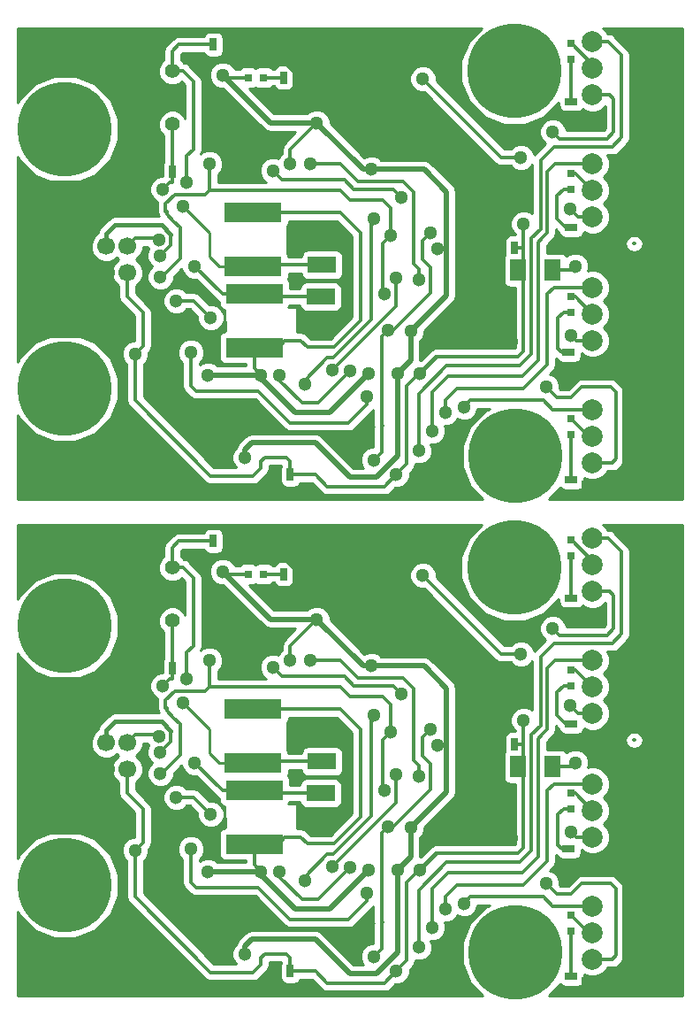
<source format=gbl>
G04 #@! TF.FileFunction,Copper,L2,Bot,Signal*
%FSLAX46Y46*%
G04 Gerber Fmt 4.6, Leading zero omitted, Abs format (unit mm)*
G04 Created by KiCad (PCBNEW 4.0.7) date 02/20/18 19:55:49*
%MOMM*%
%LPD*%
G01*
G04 APERTURE LIST*
%ADD10C,0.150000*%
%ADD11R,0.635000X1.143000*%
%ADD12R,1.998980X1.800860*%
%ADD13C,1.998980*%
%ADD14R,1.524000X2.032000*%
%ADD15R,5.499100X1.849120*%
%ADD16R,0.797560X0.797560*%
%ADD17R,1.143000X0.635000*%
%ADD18R,2.692400X1.600200*%
%ADD19C,1.422400*%
%ADD20C,8.999220*%
%ADD21C,2.000000*%
%ADD22C,1.700000*%
%ADD23O,10.000000X3.000000*%
%ADD24C,1.300000*%
%ADD25C,0.350000*%
%ADD26C,0.500000*%
%ADD27C,0.400000*%
%ADD28C,0.254000*%
G04 APERTURE END LIST*
D10*
D11*
X151892000Y-63627000D03*
X150368000Y-63627000D03*
X173355000Y-41910000D03*
X171831000Y-41910000D03*
X146050000Y-22479000D03*
X144526000Y-22479000D03*
X139065000Y-34671000D03*
X140589000Y-34671000D03*
D12*
X180848000Y-29845000D03*
D13*
X180848000Y-27305000D03*
X180848000Y-24765000D03*
X180848000Y-22225000D03*
D12*
X180848000Y-41529000D03*
D13*
X180848000Y-38989000D03*
X180848000Y-36449000D03*
X180848000Y-33909000D03*
D12*
X180848000Y-53340000D03*
D13*
X180848000Y-50800000D03*
X180848000Y-48260000D03*
X180848000Y-45720000D03*
D12*
X180848000Y-65024000D03*
D13*
X180848000Y-62484000D03*
X180848000Y-59944000D03*
X180848000Y-57404000D03*
D14*
X177038000Y-44069000D03*
X173736000Y-44069000D03*
D15*
X148463000Y-51470560D03*
X148463000Y-46319440D03*
D16*
X178816000Y-58305700D03*
X178816000Y-59804300D03*
X178816000Y-46621700D03*
X178816000Y-48120300D03*
X178816000Y-34810700D03*
X178816000Y-36309300D03*
X178816000Y-22364700D03*
X178816000Y-23863300D03*
X147840700Y-25654000D03*
X149339300Y-25654000D03*
D17*
X178816000Y-64135000D03*
X178816000Y-65659000D03*
X178562000Y-51943000D03*
X178562000Y-53467000D03*
X178816000Y-40005000D03*
X178816000Y-41529000D03*
X178816000Y-27940000D03*
X178816000Y-29464000D03*
D11*
X151257000Y-25654000D03*
X152781000Y-25654000D03*
D18*
X154813000Y-46609000D03*
X154813000Y-49403000D03*
X154940000Y-43561000D03*
X154940000Y-40767000D03*
D19*
X140589000Y-30099000D03*
X140589000Y-25019000D03*
D20*
X130302000Y-55372000D03*
D21*
X130302000Y-55372000D03*
D20*
X130302000Y-30607000D03*
D21*
X130302000Y-30607000D03*
D20*
X173355000Y-25019000D03*
D21*
X173355000Y-25019000D03*
D20*
X173482000Y-61849000D03*
D21*
X173482000Y-61849000D03*
D22*
X136271000Y-44323000D03*
X136271000Y-41783000D03*
X134272020Y-41783000D03*
X134272020Y-44323000D03*
D23*
X131572000Y-49052480D03*
X131572000Y-37053520D03*
D15*
X148336000Y-38572440D03*
X148336000Y-43723560D03*
X148336000Y-86070440D03*
X148336000Y-91221560D03*
D22*
X136271000Y-91821000D03*
X136271000Y-89281000D03*
X134272020Y-89281000D03*
X134272020Y-91821000D03*
D23*
X131572000Y-96550480D03*
X131572000Y-84551520D03*
D20*
X173482000Y-109347000D03*
D21*
X173482000Y-109347000D03*
D20*
X173355000Y-72517000D03*
D21*
X173355000Y-72517000D03*
D20*
X130302000Y-78105000D03*
D21*
X130302000Y-78105000D03*
D20*
X130302000Y-102870000D03*
D21*
X130302000Y-102870000D03*
D19*
X140589000Y-77597000D03*
X140589000Y-72517000D03*
D18*
X154940000Y-91059000D03*
X154940000Y-88265000D03*
X154813000Y-94107000D03*
X154813000Y-96901000D03*
D11*
X151257000Y-73152000D03*
X152781000Y-73152000D03*
D17*
X178816000Y-75438000D03*
X178816000Y-76962000D03*
X178816000Y-87503000D03*
X178816000Y-89027000D03*
X178562000Y-99441000D03*
X178562000Y-100965000D03*
X178816000Y-111633000D03*
X178816000Y-113157000D03*
D16*
X147840700Y-73152000D03*
X149339300Y-73152000D03*
X178816000Y-69862700D03*
X178816000Y-71361300D03*
X178816000Y-82308700D03*
X178816000Y-83807300D03*
X178816000Y-94119700D03*
X178816000Y-95618300D03*
X178816000Y-105803700D03*
X178816000Y-107302300D03*
D15*
X148463000Y-98968560D03*
X148463000Y-93817440D03*
D14*
X177038000Y-91567000D03*
X173736000Y-91567000D03*
D12*
X180848000Y-112522000D03*
D13*
X180848000Y-109982000D03*
X180848000Y-107442000D03*
X180848000Y-104902000D03*
D12*
X180848000Y-100838000D03*
D13*
X180848000Y-98298000D03*
X180848000Y-95758000D03*
X180848000Y-93218000D03*
D12*
X180848000Y-89027000D03*
D13*
X180848000Y-86487000D03*
X180848000Y-83947000D03*
X180848000Y-81407000D03*
D12*
X180848000Y-77343000D03*
D13*
X180848000Y-74803000D03*
X180848000Y-72263000D03*
X180848000Y-69723000D03*
D11*
X139065000Y-82169000D03*
X140589000Y-82169000D03*
X146050000Y-69977000D03*
X144526000Y-69977000D03*
X173355000Y-89408000D03*
X171831000Y-89408000D03*
X151892000Y-111125000D03*
X150368000Y-111125000D03*
D24*
X161544000Y-40767000D03*
X160909000Y-46355000D03*
X144145000Y-33909000D03*
X139446000Y-44704000D03*
X139446000Y-92202000D03*
X144145000Y-81407000D03*
X160909000Y-93853000D03*
X161544000Y-88265000D03*
X149098000Y-54102000D03*
X159639000Y-34417000D03*
X154432000Y-29972000D03*
X151892000Y-33909000D03*
X145415000Y-25400000D03*
X144018000Y-54102000D03*
X162179000Y-53975000D03*
X147574000Y-61976000D03*
X159385000Y-53975000D03*
X163449000Y-49911000D03*
X165989000Y-42037000D03*
X165989000Y-89535000D03*
X163449000Y-97409000D03*
X159385000Y-101473000D03*
X147574000Y-109474000D03*
X162179000Y-101473000D03*
X144018000Y-101600000D03*
X145415000Y-72898000D03*
X151892000Y-81407000D03*
X154432000Y-77470000D03*
X159639000Y-81915000D03*
X149098000Y-101600000D03*
X137033000Y-52070000D03*
X162052000Y-63627000D03*
X174244000Y-39624000D03*
X164338000Y-53975000D03*
X164338000Y-101473000D03*
X174244000Y-87122000D03*
X162052000Y-111125000D03*
X137033000Y-99568000D03*
X162560000Y-37084000D03*
X150241000Y-34544000D03*
X150241000Y-82042000D03*
X162560000Y-84582000D03*
X177038000Y-30861000D03*
X177038000Y-78359000D03*
X178689000Y-38227000D03*
X179197000Y-43688000D03*
X179197000Y-91186000D03*
X178689000Y-85725000D03*
X178816000Y-50292000D03*
X178816000Y-97790000D03*
X153797000Y-33909000D03*
X164211000Y-44958000D03*
X164211000Y-92456000D03*
X153797000Y-81407000D03*
X176403000Y-55245000D03*
X176403000Y-102743000D03*
X161290000Y-49784000D03*
X159893000Y-62230000D03*
X165354000Y-40513000D03*
X165354000Y-88011000D03*
X159893000Y-109728000D03*
X161290000Y-97282000D03*
X159258000Y-56134000D03*
X142367000Y-51943000D03*
X142367000Y-99441000D03*
X159258000Y-103632000D03*
X164211000Y-61341000D03*
X164211000Y-108839000D03*
X157607000Y-53721000D03*
X150876000Y-54102000D03*
X150876000Y-101600000D03*
X157607000Y-101219000D03*
X165481000Y-59436000D03*
X165481000Y-106934000D03*
X162052000Y-44831000D03*
X155956000Y-53594000D03*
X155956000Y-101092000D03*
X162052000Y-92329000D03*
X166751000Y-57658000D03*
X166751000Y-105156000D03*
X159893000Y-39116000D03*
X153289000Y-54991000D03*
X153289000Y-102489000D03*
X159893000Y-86614000D03*
X168529000Y-57150000D03*
X168529000Y-104648000D03*
X161036000Y-23622000D03*
X169926000Y-39243000D03*
X150495000Y-65405000D03*
X137033000Y-34671000D03*
X165608000Y-50292000D03*
X157353000Y-48133000D03*
X144780000Y-57023000D03*
X173101000Y-50927000D03*
X173101000Y-98425000D03*
X144780000Y-104521000D03*
X157353000Y-95631000D03*
X165608000Y-97790000D03*
X137033000Y-82169000D03*
X150495000Y-112903000D03*
X169926000Y-86741000D03*
X161036000Y-71120000D03*
X139319000Y-41148000D03*
X139319000Y-88646000D03*
X139446000Y-42672000D03*
X139446000Y-90170000D03*
X140970000Y-46990000D03*
X144272000Y-48641000D03*
X144272000Y-96139000D03*
X140970000Y-94488000D03*
X164592000Y-25781000D03*
X173990000Y-33274000D03*
X173990000Y-80772000D03*
X164592000Y-73279000D03*
X141605000Y-37973000D03*
X141605000Y-85471000D03*
X142748000Y-43688000D03*
X142748000Y-91186000D03*
X141986000Y-35687000D03*
X141986000Y-83185000D03*
X139700000Y-36322000D03*
X139700000Y-83820000D03*
D25*
X184785000Y-41529000D02*
X184912000Y-41529000D01*
X184912000Y-41529000D02*
X184785000Y-41529000D01*
X184912000Y-89027000D02*
X184785000Y-89027000D01*
X184785000Y-89027000D02*
X184912000Y-89027000D01*
X161544000Y-40767000D02*
X160782000Y-41529000D01*
X160782000Y-41529000D02*
X160782000Y-46228000D01*
X160782000Y-46228000D02*
X160909000Y-46355000D01*
X161544000Y-38100000D02*
X160782000Y-37338000D01*
X160782000Y-37338000D02*
X158496000Y-37338000D01*
X161544000Y-40767000D02*
X161544000Y-38100000D01*
X144145000Y-33909000D02*
X144145000Y-36449000D01*
X140081000Y-38735000D02*
X140716000Y-39370000D01*
X140081000Y-38481000D02*
X140081000Y-38735000D01*
X139954000Y-38481000D02*
X140081000Y-38481000D01*
X139954000Y-37719000D02*
X139954000Y-38481000D01*
X140843000Y-36830000D02*
X139954000Y-37719000D01*
X140970000Y-36830000D02*
X140843000Y-36830000D01*
X143129000Y-36830000D02*
X140970000Y-36830000D01*
X139573000Y-44704000D02*
X141351000Y-42926000D01*
X141351000Y-42926000D02*
X141351000Y-40005000D01*
X141351000Y-40005000D02*
X140716000Y-39370000D01*
X139446000Y-44704000D02*
X139573000Y-44704000D01*
X144272000Y-36449000D02*
X144145000Y-36449000D01*
X144145000Y-36449000D02*
X144272000Y-36449000D01*
X156718000Y-36449000D02*
X144145000Y-36449000D01*
X157607000Y-37338000D02*
X156718000Y-36449000D01*
X158496000Y-37338000D02*
X157607000Y-37338000D01*
X143764000Y-36830000D02*
X144145000Y-36449000D01*
X143129000Y-36830000D02*
X143764000Y-36830000D01*
X143129000Y-84328000D02*
X143764000Y-84328000D01*
X143764000Y-84328000D02*
X144145000Y-83947000D01*
X158496000Y-84836000D02*
X157607000Y-84836000D01*
X157607000Y-84836000D02*
X156718000Y-83947000D01*
X156718000Y-83947000D02*
X144145000Y-83947000D01*
X144145000Y-83947000D02*
X144272000Y-83947000D01*
X144272000Y-83947000D02*
X144145000Y-83947000D01*
X139446000Y-92202000D02*
X139573000Y-92202000D01*
X141351000Y-87503000D02*
X140716000Y-86868000D01*
X141351000Y-90424000D02*
X141351000Y-87503000D01*
X139573000Y-92202000D02*
X141351000Y-90424000D01*
X143129000Y-84328000D02*
X140970000Y-84328000D01*
X140970000Y-84328000D02*
X140843000Y-84328000D01*
X140843000Y-84328000D02*
X139954000Y-85217000D01*
X139954000Y-85217000D02*
X139954000Y-85979000D01*
X139954000Y-85979000D02*
X140081000Y-85979000D01*
X140081000Y-85979000D02*
X140081000Y-86233000D01*
X140081000Y-86233000D02*
X140716000Y-86868000D01*
X144145000Y-81407000D02*
X144145000Y-83947000D01*
X161544000Y-88265000D02*
X161544000Y-85598000D01*
X160782000Y-84836000D02*
X158496000Y-84836000D01*
X161544000Y-85598000D02*
X160782000Y-84836000D01*
X160782000Y-93726000D02*
X160909000Y-93853000D01*
X160782000Y-89027000D02*
X160782000Y-93726000D01*
X161544000Y-88265000D02*
X160782000Y-89027000D01*
X154432000Y-29972000D02*
X158877000Y-34417000D01*
X151892000Y-32512000D02*
X154432000Y-29972000D01*
X151892000Y-33909000D02*
X151892000Y-32512000D01*
X162179000Y-59309000D02*
X162179000Y-61341000D01*
X162179000Y-58547000D02*
X162179000Y-59309000D01*
X162179000Y-53975000D02*
X162179000Y-58547000D01*
X162179000Y-60325000D02*
X162179000Y-59309000D01*
X162179000Y-61341000D02*
X162179000Y-60325000D01*
X158750000Y-63881000D02*
X160274000Y-63881000D01*
X159766000Y-63881000D02*
X158750000Y-63881000D01*
X160274000Y-63881000D02*
X159766000Y-63881000D01*
X162179000Y-61976000D02*
X160274000Y-63881000D01*
X162179000Y-58547000D02*
X162179000Y-61976000D01*
D26*
X157607000Y-63881000D02*
X159766000Y-63881000D01*
X162179000Y-61849000D02*
X160147000Y-63881000D01*
X160147000Y-63881000D02*
X159766000Y-63881000D01*
X162179000Y-53975000D02*
X162179000Y-61849000D01*
X163449000Y-52705000D02*
X163449000Y-49911000D01*
X163449000Y-49911000D02*
X166878000Y-46482000D01*
X166878000Y-46482000D02*
X166878000Y-41973500D01*
X162179000Y-53975000D02*
X163449000Y-52705000D01*
X166878000Y-36576000D02*
X164719000Y-34417000D01*
X164719000Y-34417000D02*
X159639000Y-34417000D01*
X166878000Y-41973500D02*
X166878000Y-36576000D01*
X155702000Y-57658000D02*
X159385000Y-53975000D01*
X152400000Y-57658000D02*
X155702000Y-57658000D01*
X149098000Y-54356000D02*
X152400000Y-57658000D01*
X149098000Y-54102000D02*
X149098000Y-54356000D01*
X149098000Y-54102000D02*
X144018000Y-54102000D01*
X158877000Y-34417000D02*
X154432000Y-29972000D01*
X159639000Y-34417000D02*
X158877000Y-34417000D01*
X149987000Y-29972000D02*
X145415000Y-25400000D01*
X154432000Y-29972000D02*
X149987000Y-29972000D01*
X157607000Y-63881000D02*
X158750000Y-63881000D01*
X147574000Y-61214000D02*
X148209000Y-60579000D01*
X148209000Y-60579000D02*
X154305000Y-60579000D01*
X154305000Y-60579000D02*
X157607000Y-63881000D01*
X147574000Y-61976000D02*
X147574000Y-61214000D01*
D25*
X145669000Y-25654000D02*
X145415000Y-25400000D01*
X147840700Y-25654000D02*
X145669000Y-25654000D01*
X148463000Y-53467000D02*
X149098000Y-54102000D01*
X148463000Y-51470560D02*
X148463000Y-53467000D01*
X150713440Y-51470560D02*
X151384000Y-50800000D01*
X151384000Y-50800000D02*
X152908000Y-50800000D01*
X152908000Y-50800000D02*
X153543000Y-51435000D01*
X153543000Y-51435000D02*
X156083000Y-51435000D01*
X156083000Y-51435000D02*
X158623000Y-48895000D01*
X158623000Y-48895000D02*
X158623000Y-40513000D01*
X158623000Y-40513000D02*
X156682440Y-38572440D01*
X156682440Y-38572440D02*
X148336000Y-38572440D01*
X148463000Y-51470560D02*
X150713440Y-51470560D01*
X166814500Y-42037000D02*
X166878000Y-41973500D01*
X165989000Y-42037000D02*
X166814500Y-42037000D01*
X165989000Y-89535000D02*
X166814500Y-89535000D01*
X166814500Y-89535000D02*
X166878000Y-89471500D01*
X148463000Y-98968560D02*
X150713440Y-98968560D01*
X156682440Y-86070440D02*
X148336000Y-86070440D01*
X158623000Y-88011000D02*
X156682440Y-86070440D01*
X158623000Y-96393000D02*
X158623000Y-88011000D01*
X156083000Y-98933000D02*
X158623000Y-96393000D01*
X153543000Y-98933000D02*
X156083000Y-98933000D01*
X152908000Y-98298000D02*
X153543000Y-98933000D01*
X151384000Y-98298000D02*
X152908000Y-98298000D01*
X150713440Y-98968560D02*
X151384000Y-98298000D01*
X148463000Y-98968560D02*
X148463000Y-100965000D01*
X148463000Y-100965000D02*
X149098000Y-101600000D01*
X147840700Y-73152000D02*
X145669000Y-73152000D01*
X145669000Y-73152000D02*
X145415000Y-72898000D01*
D26*
X147574000Y-109474000D02*
X147574000Y-108712000D01*
X154305000Y-108077000D02*
X157607000Y-111379000D01*
X148209000Y-108077000D02*
X154305000Y-108077000D01*
X147574000Y-108712000D02*
X148209000Y-108077000D01*
X157607000Y-111379000D02*
X158750000Y-111379000D01*
X154432000Y-77470000D02*
X149987000Y-77470000D01*
X149987000Y-77470000D02*
X145415000Y-72898000D01*
X159639000Y-81915000D02*
X158877000Y-81915000D01*
X158877000Y-81915000D02*
X154432000Y-77470000D01*
X149098000Y-101600000D02*
X144018000Y-101600000D01*
X149098000Y-101600000D02*
X149098000Y-101854000D01*
X149098000Y-101854000D02*
X152400000Y-105156000D01*
X152400000Y-105156000D02*
X155702000Y-105156000D01*
X155702000Y-105156000D02*
X159385000Y-101473000D01*
X166878000Y-89471500D02*
X166878000Y-84074000D01*
X164719000Y-81915000D02*
X159639000Y-81915000D01*
X166878000Y-84074000D02*
X164719000Y-81915000D01*
X162179000Y-101473000D02*
X163449000Y-100203000D01*
X166878000Y-93980000D02*
X166878000Y-89471500D01*
X163449000Y-97409000D02*
X166878000Y-93980000D01*
X163449000Y-100203000D02*
X163449000Y-97409000D01*
X162179000Y-101473000D02*
X162179000Y-109347000D01*
X160147000Y-111379000D02*
X159766000Y-111379000D01*
X162179000Y-109347000D02*
X160147000Y-111379000D01*
X157607000Y-111379000D02*
X159766000Y-111379000D01*
D25*
X162179000Y-106045000D02*
X162179000Y-109474000D01*
X162179000Y-109474000D02*
X160274000Y-111379000D01*
X160274000Y-111379000D02*
X159766000Y-111379000D01*
X159766000Y-111379000D02*
X158750000Y-111379000D01*
X158750000Y-111379000D02*
X160274000Y-111379000D01*
X162179000Y-108839000D02*
X162179000Y-107823000D01*
X162179000Y-107823000D02*
X162179000Y-106807000D01*
X162179000Y-101473000D02*
X162179000Y-106045000D01*
X162179000Y-106045000D02*
X162179000Y-106807000D01*
X162179000Y-106807000D02*
X162179000Y-108839000D01*
X151892000Y-81407000D02*
X151892000Y-80010000D01*
X151892000Y-80010000D02*
X154432000Y-77470000D01*
X154432000Y-77470000D02*
X158877000Y-81915000D01*
X136271000Y-46609000D02*
X137795000Y-48133000D01*
X137795000Y-48133000D02*
X137795000Y-51308000D01*
X137795000Y-51308000D02*
X137033000Y-52070000D01*
X136271000Y-44323000D02*
X136271000Y-46609000D01*
X173736000Y-52324000D02*
X168402000Y-52324000D01*
X174244000Y-41910000D02*
X174244000Y-46990000D01*
X174244000Y-39624000D02*
X174244000Y-41910000D01*
X163893500Y-54292500D02*
X163449000Y-54737000D01*
X165862000Y-52324000D02*
X163893500Y-54292500D01*
X163068000Y-55118000D02*
X163068000Y-62611000D01*
X163449000Y-54737000D02*
X163068000Y-55118000D01*
X163068000Y-62611000D02*
X162052000Y-63627000D01*
X167259000Y-52324000D02*
X165862000Y-52324000D01*
X168402000Y-52324000D02*
X167259000Y-52324000D01*
X160909000Y-64770000D02*
X162052000Y-63627000D01*
X155448000Y-64770000D02*
X160909000Y-64770000D01*
X154305000Y-63627000D02*
X155448000Y-64770000D01*
X151892000Y-63627000D02*
X154305000Y-63627000D01*
X174244000Y-51816000D02*
X173736000Y-52324000D01*
X174244000Y-46990000D02*
X174244000Y-51816000D01*
X137033000Y-56515000D02*
X144272000Y-63754000D01*
X144272000Y-63754000D02*
X148336000Y-63754000D01*
X148336000Y-63754000D02*
X149098000Y-62992000D01*
X149098000Y-62992000D02*
X149098000Y-62357000D01*
X149098000Y-62357000D02*
X149479000Y-61976000D01*
X149479000Y-61976000D02*
X151511000Y-61976000D01*
X151511000Y-61976000D02*
X151892000Y-62357000D01*
X151892000Y-62357000D02*
X151892000Y-63627000D01*
X137033000Y-52070000D02*
X137033000Y-56515000D01*
X165989000Y-52324000D02*
X164338000Y-53975000D01*
X167259000Y-52324000D02*
X165989000Y-52324000D01*
X173355000Y-41910000D02*
X174244000Y-41910000D01*
X174244000Y-41910000D02*
X173355000Y-41910000D01*
X174244000Y-43561000D02*
X174244000Y-41910000D01*
X173736000Y-44069000D02*
X174244000Y-43561000D01*
X173736000Y-91567000D02*
X174244000Y-91059000D01*
X174244000Y-91059000D02*
X174244000Y-89408000D01*
X174244000Y-89408000D02*
X173355000Y-89408000D01*
X173355000Y-89408000D02*
X174244000Y-89408000D01*
X167259000Y-99822000D02*
X165989000Y-99822000D01*
X165989000Y-99822000D02*
X164338000Y-101473000D01*
X137033000Y-99568000D02*
X137033000Y-104013000D01*
X151892000Y-109855000D02*
X151892000Y-111125000D01*
X151511000Y-109474000D02*
X151892000Y-109855000D01*
X149479000Y-109474000D02*
X151511000Y-109474000D01*
X149098000Y-109855000D02*
X149479000Y-109474000D01*
X149098000Y-110490000D02*
X149098000Y-109855000D01*
X148336000Y-111252000D02*
X149098000Y-110490000D01*
X144272000Y-111252000D02*
X148336000Y-111252000D01*
X137033000Y-104013000D02*
X144272000Y-111252000D01*
X174244000Y-94488000D02*
X174244000Y-99314000D01*
X174244000Y-99314000D02*
X173736000Y-99822000D01*
X151892000Y-111125000D02*
X154305000Y-111125000D01*
X154305000Y-111125000D02*
X155448000Y-112268000D01*
X155448000Y-112268000D02*
X160909000Y-112268000D01*
X160909000Y-112268000D02*
X162052000Y-111125000D01*
X168402000Y-99822000D02*
X167259000Y-99822000D01*
X167259000Y-99822000D02*
X165862000Y-99822000D01*
X163068000Y-110109000D02*
X162052000Y-111125000D01*
X163449000Y-102235000D02*
X163068000Y-102616000D01*
X163068000Y-102616000D02*
X163068000Y-110109000D01*
X165862000Y-99822000D02*
X163893500Y-101790500D01*
X163893500Y-101790500D02*
X163449000Y-102235000D01*
X174244000Y-87122000D02*
X174244000Y-89408000D01*
X174244000Y-89408000D02*
X174244000Y-94488000D01*
X173736000Y-99822000D02*
X168402000Y-99822000D01*
X136271000Y-91821000D02*
X136271000Y-94107000D01*
X137795000Y-98806000D02*
X137033000Y-99568000D01*
X137795000Y-95631000D02*
X137795000Y-98806000D01*
X136271000Y-94107000D02*
X137795000Y-95631000D01*
X161798000Y-36322000D02*
X157988000Y-36322000D01*
X162560000Y-37084000D02*
X161798000Y-36322000D01*
X151130000Y-35433000D02*
X157099000Y-35433000D01*
X157099000Y-35433000D02*
X157988000Y-36322000D01*
X150241000Y-34544000D02*
X151130000Y-35433000D01*
X150241000Y-82042000D02*
X151130000Y-82931000D01*
X157099000Y-82931000D02*
X157988000Y-83820000D01*
X151130000Y-82931000D02*
X157099000Y-82931000D01*
X162560000Y-84582000D02*
X161798000Y-83820000D01*
X161798000Y-83820000D02*
X157988000Y-83820000D01*
X177038000Y-30861000D02*
X177673000Y-31496000D01*
X177673000Y-31496000D02*
X182245000Y-31496000D01*
X182245000Y-31496000D02*
X182880000Y-30861000D01*
X182880000Y-30861000D02*
X182880000Y-27686000D01*
X182880000Y-27686000D02*
X182499000Y-27305000D01*
X182499000Y-27305000D02*
X180848000Y-27305000D01*
X182499000Y-74803000D02*
X180848000Y-74803000D01*
X182880000Y-75184000D02*
X182499000Y-74803000D01*
X182880000Y-78359000D02*
X182880000Y-75184000D01*
X182245000Y-78994000D02*
X182880000Y-78359000D01*
X177673000Y-78994000D02*
X182245000Y-78994000D01*
X177038000Y-78359000D02*
X177673000Y-78994000D01*
X179451000Y-38989000D02*
X178689000Y-38227000D01*
X180848000Y-38989000D02*
X179451000Y-38989000D01*
X178816000Y-44069000D02*
X179197000Y-43688000D01*
X177038000Y-44069000D02*
X178816000Y-44069000D01*
X177038000Y-91567000D02*
X178816000Y-91567000D01*
X178816000Y-91567000D02*
X179197000Y-91186000D01*
X180848000Y-86487000D02*
X179451000Y-86487000D01*
X179451000Y-86487000D02*
X178689000Y-85725000D01*
X179324000Y-50800000D02*
X178816000Y-50292000D01*
X180848000Y-50800000D02*
X179324000Y-50800000D01*
X180848000Y-98298000D02*
X179324000Y-98298000D01*
X179324000Y-98298000D02*
X178816000Y-97790000D01*
X153797000Y-33909000D02*
X156718000Y-33909000D01*
X156718000Y-33909000D02*
X153797000Y-33909000D01*
X163703000Y-36576000D02*
X162687000Y-35560000D01*
X162687000Y-35560000D02*
X158369000Y-35560000D01*
X158369000Y-35560000D02*
X156718000Y-33909000D01*
X164211000Y-43942000D02*
X163703000Y-43434000D01*
X163703000Y-43434000D02*
X163703000Y-36576000D01*
X164211000Y-44958000D02*
X164211000Y-43942000D01*
X164211000Y-92456000D02*
X164211000Y-91440000D01*
X163703000Y-90932000D02*
X163703000Y-84074000D01*
X164211000Y-91440000D02*
X163703000Y-90932000D01*
X158369000Y-83058000D02*
X156718000Y-81407000D01*
X162687000Y-83058000D02*
X158369000Y-83058000D01*
X163703000Y-84074000D02*
X162687000Y-83058000D01*
X156718000Y-81407000D02*
X153797000Y-81407000D01*
X153797000Y-81407000D02*
X156718000Y-81407000D01*
X182626000Y-55245000D02*
X182372000Y-55245000D01*
X182753000Y-62484000D02*
X183134000Y-62103000D01*
X183134000Y-62103000D02*
X183134000Y-55753000D01*
X183134000Y-55753000D02*
X182626000Y-55245000D01*
X180848000Y-62484000D02*
X182753000Y-62484000D01*
X179832000Y-55245000D02*
X178816000Y-56261000D01*
X178816000Y-56261000D02*
X177419000Y-56261000D01*
X177419000Y-56261000D02*
X176403000Y-55245000D01*
X182372000Y-55245000D02*
X179832000Y-55245000D01*
X182372000Y-102743000D02*
X179832000Y-102743000D01*
X177419000Y-103759000D02*
X176403000Y-102743000D01*
X178816000Y-103759000D02*
X177419000Y-103759000D01*
X179832000Y-102743000D02*
X178816000Y-103759000D01*
X180848000Y-109982000D02*
X182753000Y-109982000D01*
X183134000Y-103251000D02*
X182626000Y-102743000D01*
X183134000Y-109601000D02*
X183134000Y-103251000D01*
X182753000Y-109982000D02*
X183134000Y-109601000D01*
X182626000Y-102743000D02*
X182372000Y-102743000D01*
X160655000Y-50419000D02*
X161290000Y-49784000D01*
X160655000Y-56388000D02*
X160655000Y-50419000D01*
X160655000Y-58928000D02*
X160655000Y-56388000D01*
X159893000Y-62230000D02*
X160655000Y-61468000D01*
X160655000Y-61468000D02*
X160655000Y-59055000D01*
X160655000Y-59055000D02*
X160782000Y-58928000D01*
X160782000Y-58928000D02*
X160655000Y-58928000D01*
X161290000Y-49784000D02*
X161798000Y-49784000D01*
X165354000Y-46228000D02*
X165354000Y-44577000D01*
X161798000Y-49784000D02*
X165354000Y-46228000D01*
X165354000Y-43815000D02*
X164592000Y-43053000D01*
X164592000Y-43053000D02*
X164592000Y-41275000D01*
X164592000Y-41275000D02*
X165354000Y-40513000D01*
X165354000Y-44577000D02*
X165354000Y-43815000D01*
X165354000Y-92075000D02*
X165354000Y-91313000D01*
X164592000Y-88773000D02*
X165354000Y-88011000D01*
X164592000Y-90551000D02*
X164592000Y-88773000D01*
X165354000Y-91313000D02*
X164592000Y-90551000D01*
X161798000Y-97282000D02*
X165354000Y-93726000D01*
X165354000Y-93726000D02*
X165354000Y-92075000D01*
X161290000Y-97282000D02*
X161798000Y-97282000D01*
X160782000Y-106426000D02*
X160655000Y-106426000D01*
X160655000Y-106553000D02*
X160782000Y-106426000D01*
X160655000Y-108966000D02*
X160655000Y-106553000D01*
X159893000Y-109728000D02*
X160655000Y-108966000D01*
X160655000Y-106426000D02*
X160655000Y-103886000D01*
X160655000Y-103886000D02*
X160655000Y-97917000D01*
X160655000Y-97917000D02*
X161290000Y-97282000D01*
X158305500Y-57848500D02*
X157480000Y-58674000D01*
X157480000Y-58674000D02*
X153035000Y-58674000D01*
X159258000Y-56896000D02*
X159258000Y-56134000D01*
X158305500Y-57848500D02*
X159258000Y-56896000D01*
X142367000Y-55118000D02*
X142875000Y-55626000D01*
X142875000Y-55626000D02*
X148844000Y-55626000D01*
X148844000Y-55626000D02*
X151892000Y-58674000D01*
X151892000Y-58674000D02*
X153035000Y-58674000D01*
X142367000Y-51943000D02*
X142367000Y-55118000D01*
X142367000Y-99441000D02*
X142367000Y-102616000D01*
X151892000Y-106172000D02*
X153035000Y-106172000D01*
X148844000Y-103124000D02*
X151892000Y-106172000D01*
X142875000Y-103124000D02*
X148844000Y-103124000D01*
X142367000Y-102616000D02*
X142875000Y-103124000D01*
X158305500Y-105346500D02*
X159258000Y-104394000D01*
X159258000Y-104394000D02*
X159258000Y-103632000D01*
X157480000Y-106172000D02*
X153035000Y-106172000D01*
X158305500Y-105346500D02*
X157480000Y-106172000D01*
X173736000Y-53213000D02*
X169164000Y-53213000D01*
X164211000Y-57404000D02*
X164211000Y-61341000D01*
X175895000Y-33528000D02*
X175895000Y-39116000D01*
X173863000Y-53213000D02*
X173736000Y-53213000D01*
X175895000Y-40132000D02*
X175006000Y-41021000D01*
X175006000Y-41021000D02*
X175006000Y-52070000D01*
X175006000Y-52070000D02*
X173863000Y-53213000D01*
X175895000Y-39116000D02*
X175895000Y-40132000D01*
X182753000Y-32258000D02*
X177165000Y-32258000D01*
X177165000Y-32258000D02*
X175895000Y-33528000D01*
X182372000Y-22225000D02*
X183642000Y-23495000D01*
X183642000Y-23495000D02*
X183642000Y-31369000D01*
X183642000Y-31369000D02*
X182753000Y-32258000D01*
X180848000Y-22225000D02*
X182372000Y-22225000D01*
X166878000Y-53213000D02*
X164211000Y-55880000D01*
X164211000Y-55880000D02*
X164211000Y-57404000D01*
X169164000Y-53213000D02*
X166878000Y-53213000D01*
X169164000Y-100711000D02*
X166878000Y-100711000D01*
X164211000Y-103378000D02*
X164211000Y-104902000D01*
X166878000Y-100711000D02*
X164211000Y-103378000D01*
X180848000Y-69723000D02*
X182372000Y-69723000D01*
X183642000Y-78867000D02*
X182753000Y-79756000D01*
X183642000Y-70993000D02*
X183642000Y-78867000D01*
X182372000Y-69723000D02*
X183642000Y-70993000D01*
X177165000Y-79756000D02*
X175895000Y-81026000D01*
X182753000Y-79756000D02*
X177165000Y-79756000D01*
X175895000Y-86614000D02*
X175895000Y-87630000D01*
X175006000Y-99568000D02*
X173863000Y-100711000D01*
X175006000Y-88519000D02*
X175006000Y-99568000D01*
X175895000Y-87630000D02*
X175006000Y-88519000D01*
X173863000Y-100711000D02*
X173736000Y-100711000D01*
X175895000Y-81026000D02*
X175895000Y-86614000D01*
X164211000Y-104902000D02*
X164211000Y-108839000D01*
X173736000Y-100711000D02*
X169164000Y-100711000D01*
X154559000Y-56769000D02*
X157607000Y-53721000D01*
X154559000Y-56769000D02*
X157607000Y-53721000D01*
X150876000Y-54102000D02*
X150876000Y-54610000D01*
X150876000Y-54610000D02*
X153035000Y-56769000D01*
X153035000Y-56769000D02*
X154559000Y-56769000D01*
X153035000Y-104267000D02*
X154559000Y-104267000D01*
X150876000Y-102108000D02*
X153035000Y-104267000D01*
X150876000Y-101600000D02*
X150876000Y-102108000D01*
X154559000Y-104267000D02*
X157607000Y-101219000D01*
X154559000Y-104267000D02*
X157607000Y-101219000D01*
X176530000Y-35941000D02*
X176530000Y-37719000D01*
X176530000Y-35941000D02*
X176530000Y-37719000D01*
X176530000Y-40513000D02*
X176022000Y-41021000D01*
X174117000Y-54229000D02*
X172593000Y-54229000D01*
X172593000Y-54229000D02*
X169926000Y-54229000D01*
X167005000Y-54229000D02*
X165481000Y-55753000D01*
X165481000Y-55753000D02*
X165481000Y-59436000D01*
X169926000Y-54229000D02*
X167005000Y-54229000D01*
X176022000Y-41021000D02*
X175641000Y-41402000D01*
X175641000Y-41402000D02*
X175641000Y-52705000D01*
X175641000Y-52705000D02*
X174117000Y-54229000D01*
X176530000Y-39116000D02*
X176530000Y-40513000D01*
X176530000Y-37719000D02*
X176530000Y-38862000D01*
X176530000Y-38862000D02*
X176530000Y-39116000D01*
X177292000Y-33909000D02*
X176530000Y-34671000D01*
X176530000Y-34671000D02*
X176530000Y-39116000D01*
X180848000Y-33909000D02*
X177292000Y-33909000D01*
X180848000Y-81407000D02*
X177292000Y-81407000D01*
X176530000Y-82169000D02*
X176530000Y-86614000D01*
X177292000Y-81407000D02*
X176530000Y-82169000D01*
X176530000Y-86360000D02*
X176530000Y-86614000D01*
X176530000Y-85217000D02*
X176530000Y-86360000D01*
X176530000Y-86614000D02*
X176530000Y-88011000D01*
X175641000Y-100203000D02*
X174117000Y-101727000D01*
X175641000Y-88900000D02*
X175641000Y-100203000D01*
X176022000Y-88519000D02*
X175641000Y-88900000D01*
X169926000Y-101727000D02*
X167005000Y-101727000D01*
X165481000Y-103251000D02*
X165481000Y-106934000D01*
X167005000Y-101727000D02*
X165481000Y-103251000D01*
X172593000Y-101727000D02*
X169926000Y-101727000D01*
X174117000Y-101727000D02*
X172593000Y-101727000D01*
X176530000Y-88011000D02*
X176022000Y-88519000D01*
X176530000Y-83439000D02*
X176530000Y-85217000D01*
X176530000Y-83439000D02*
X176530000Y-85217000D01*
X162052000Y-47498000D02*
X155829000Y-53721000D01*
X162052000Y-44831000D02*
X162052000Y-47498000D01*
X155829000Y-53721000D02*
X155956000Y-53594000D01*
X155829000Y-101219000D02*
X155956000Y-101092000D01*
X162052000Y-92329000D02*
X162052000Y-94996000D01*
X162052000Y-94996000D02*
X155829000Y-101219000D01*
X171196000Y-55372000D02*
X167894000Y-55372000D01*
X166751000Y-56515000D02*
X166751000Y-57658000D01*
X167894000Y-55372000D02*
X166751000Y-56515000D01*
X171958000Y-55372000D02*
X171196000Y-55372000D01*
X177165000Y-45720000D02*
X176530000Y-46355000D01*
X176530000Y-46355000D02*
X176530000Y-53086000D01*
X176530000Y-53086000D02*
X174244000Y-55372000D01*
X174244000Y-55372000D02*
X171958000Y-55372000D01*
X180848000Y-45720000D02*
X177165000Y-45720000D01*
X180848000Y-93218000D02*
X177165000Y-93218000D01*
X174244000Y-102870000D02*
X171958000Y-102870000D01*
X176530000Y-100584000D02*
X174244000Y-102870000D01*
X176530000Y-93853000D02*
X176530000Y-100584000D01*
X177165000Y-93218000D02*
X176530000Y-93853000D01*
X171958000Y-102870000D02*
X171196000Y-102870000D01*
X167894000Y-102870000D02*
X166751000Y-104013000D01*
X166751000Y-104013000D02*
X166751000Y-105156000D01*
X171196000Y-102870000D02*
X167894000Y-102870000D01*
X156008062Y-52451000D02*
X159639000Y-48820062D01*
X159639000Y-48820062D02*
X159639000Y-39370000D01*
X159639000Y-39370000D02*
X159893000Y-39116000D01*
X155448000Y-52451000D02*
X156008062Y-52451000D01*
X153289000Y-54610000D02*
X155448000Y-52451000D01*
X153289000Y-54991000D02*
X153289000Y-54610000D01*
X153289000Y-102489000D02*
X153289000Y-102108000D01*
X153289000Y-102108000D02*
X155448000Y-99949000D01*
X155448000Y-99949000D02*
X156008062Y-99949000D01*
X159639000Y-86868000D02*
X159893000Y-86614000D01*
X159639000Y-96318062D02*
X159639000Y-86868000D01*
X156008062Y-99949000D02*
X159639000Y-96318062D01*
X169164000Y-56515000D02*
X168529000Y-57150000D01*
X174244000Y-56515000D02*
X169164000Y-56515000D01*
X176149000Y-56515000D02*
X174244000Y-56515000D01*
X177038000Y-57404000D02*
X176149000Y-56515000D01*
X180848000Y-57404000D02*
X177038000Y-57404000D01*
X180848000Y-104902000D02*
X177038000Y-104902000D01*
X177038000Y-104902000D02*
X176149000Y-104013000D01*
X176149000Y-104013000D02*
X174244000Y-104013000D01*
X174244000Y-104013000D02*
X169164000Y-104013000D01*
X169164000Y-104013000D02*
X168529000Y-104648000D01*
X178828700Y-22364700D02*
X180848000Y-24384000D01*
X180848000Y-24384000D02*
X180848000Y-24765000D01*
X178816000Y-22364700D02*
X178828700Y-22364700D01*
X178816000Y-69862700D02*
X178828700Y-69862700D01*
X180848000Y-71882000D02*
X180848000Y-72263000D01*
X178828700Y-69862700D02*
X180848000Y-71882000D01*
X179209700Y-34810700D02*
X180848000Y-36449000D01*
X178816000Y-34810700D02*
X179209700Y-34810700D01*
X178816000Y-82308700D02*
X179209700Y-82308700D01*
X179209700Y-82308700D02*
X180848000Y-83947000D01*
X179209700Y-46621700D02*
X180848000Y-48260000D01*
X178816000Y-46621700D02*
X179209700Y-46621700D01*
X178816000Y-94119700D02*
X179209700Y-94119700D01*
X179209700Y-94119700D02*
X180848000Y-95758000D01*
X180454300Y-59944000D02*
X178816000Y-58305700D01*
X180848000Y-59944000D02*
X180454300Y-59944000D01*
X180848000Y-107442000D02*
X180454300Y-107442000D01*
X180454300Y-107442000D02*
X178816000Y-105803700D01*
X131572000Y-43815000D02*
X132080000Y-44323000D01*
X132080000Y-44323000D02*
X134272020Y-44323000D01*
X131572000Y-37053520D02*
X131572000Y-43815000D01*
X170688000Y-41148000D02*
X170688000Y-41910000D01*
X170688000Y-39878000D02*
X170688000Y-41148000D01*
X170688000Y-39751000D02*
X170688000Y-39878000D01*
X169926000Y-39243000D02*
X170688000Y-38481000D01*
X170688000Y-36957000D02*
X170688000Y-35433000D01*
X161036000Y-25781000D02*
X161036000Y-23622000D01*
X167132000Y-31877000D02*
X161036000Y-25781000D01*
X170688000Y-35433000D02*
X167132000Y-31877000D01*
X170688000Y-36957000D02*
X170688000Y-38227000D01*
X170688000Y-38481000D02*
X170688000Y-38227000D01*
X170688000Y-39751000D02*
X170688000Y-41148000D01*
X170180000Y-39243000D02*
X170688000Y-39751000D01*
X169926000Y-39243000D02*
X170180000Y-39243000D01*
X178435000Y-53340000D02*
X178054000Y-53721000D01*
X180848000Y-53340000D02*
X178435000Y-53340000D01*
X170688000Y-41910000D02*
X171831000Y-41910000D01*
X150368000Y-65278000D02*
X150495000Y-65405000D01*
X150368000Y-63627000D02*
X150368000Y-65278000D01*
X180213000Y-65659000D02*
X180848000Y-65024000D01*
X178816000Y-65659000D02*
X180213000Y-65659000D01*
X180467000Y-29464000D02*
X180848000Y-29845000D01*
X178816000Y-29464000D02*
X180467000Y-29464000D01*
X157099000Y-23622000D02*
X161036000Y-23622000D01*
X155067000Y-25654000D02*
X157099000Y-23622000D01*
X152781000Y-25654000D02*
X155067000Y-25654000D01*
X149606000Y-22479000D02*
X152781000Y-25654000D01*
X146050000Y-22479000D02*
X149606000Y-22479000D01*
X139065000Y-34671000D02*
X137033000Y-34671000D01*
X134650480Y-37053520D02*
X137033000Y-34671000D01*
X131572000Y-37053520D02*
X134650480Y-37053520D01*
X131572000Y-47023020D02*
X134272020Y-44323000D01*
X131572000Y-49052480D02*
X131572000Y-47023020D01*
X157480000Y-40767000D02*
X157607000Y-40894000D01*
X157607000Y-40894000D02*
X157607000Y-48133000D01*
X157543500Y-48196500D02*
X156337000Y-49403000D01*
X156337000Y-49403000D02*
X154813000Y-49403000D01*
X154940000Y-40767000D02*
X157480000Y-40767000D01*
X176657000Y-29464000D02*
X174625000Y-31496000D01*
X174625000Y-31496000D02*
X171958000Y-31496000D01*
X171958000Y-31496000D02*
X167005000Y-26543000D01*
X167005000Y-26543000D02*
X167005000Y-24765000D01*
X167005000Y-24765000D02*
X165862000Y-23622000D01*
X165862000Y-23622000D02*
X161036000Y-23622000D01*
X178816000Y-29464000D02*
X176657000Y-29464000D01*
X183134000Y-54102000D02*
X183896000Y-54864000D01*
X183896000Y-54864000D02*
X183896000Y-64516000D01*
X183896000Y-64516000D02*
X183388000Y-65024000D01*
X183388000Y-65024000D02*
X180848000Y-65024000D01*
X183134000Y-53340000D02*
X183134000Y-54102000D01*
X183134000Y-43688000D02*
X183134000Y-53340000D01*
X180975000Y-41529000D02*
X183134000Y-43688000D01*
X178816000Y-41529000D02*
X180848000Y-41529000D01*
X183134000Y-43688000D02*
X183134000Y-53340000D01*
X180975000Y-41529000D02*
X183134000Y-43688000D01*
X180848000Y-41529000D02*
X180975000Y-41529000D01*
X180848000Y-53340000D02*
X183134000Y-53340000D01*
X157607000Y-48133000D02*
X157353000Y-48133000D01*
X157543500Y-48196500D02*
X157607000Y-48133000D01*
X169545000Y-50927000D02*
X170688000Y-50927000D01*
X170688000Y-50800000D02*
X170688000Y-50927000D01*
X170688000Y-50927000D02*
X170688000Y-50800000D01*
X170688000Y-41910000D02*
X170688000Y-50927000D01*
X166243000Y-50927000D02*
X165608000Y-50292000D01*
X169545000Y-50927000D02*
X166243000Y-50927000D01*
X170688000Y-50927000D02*
X173101000Y-50927000D01*
X170688000Y-98425000D02*
X173101000Y-98425000D01*
X169545000Y-98425000D02*
X166243000Y-98425000D01*
X166243000Y-98425000D02*
X165608000Y-97790000D01*
X170688000Y-89408000D02*
X170688000Y-98425000D01*
X170688000Y-98425000D02*
X170688000Y-98298000D01*
X170688000Y-98298000D02*
X170688000Y-98425000D01*
X169545000Y-98425000D02*
X170688000Y-98425000D01*
X157543500Y-95694500D02*
X157607000Y-95631000D01*
X157607000Y-95631000D02*
X157353000Y-95631000D01*
X180848000Y-100838000D02*
X183134000Y-100838000D01*
X180848000Y-89027000D02*
X180975000Y-89027000D01*
X180975000Y-89027000D02*
X183134000Y-91186000D01*
X183134000Y-91186000D02*
X183134000Y-100838000D01*
X178816000Y-89027000D02*
X180848000Y-89027000D01*
X180975000Y-89027000D02*
X183134000Y-91186000D01*
X183134000Y-91186000D02*
X183134000Y-100838000D01*
X183134000Y-100838000D02*
X183134000Y-101600000D01*
X183388000Y-112522000D02*
X180848000Y-112522000D01*
X183896000Y-112014000D02*
X183388000Y-112522000D01*
X183896000Y-102362000D02*
X183896000Y-112014000D01*
X183134000Y-101600000D02*
X183896000Y-102362000D01*
X178816000Y-76962000D02*
X176657000Y-76962000D01*
X165862000Y-71120000D02*
X161036000Y-71120000D01*
X167005000Y-72263000D02*
X165862000Y-71120000D01*
X167005000Y-74041000D02*
X167005000Y-72263000D01*
X171958000Y-78994000D02*
X167005000Y-74041000D01*
X174625000Y-78994000D02*
X171958000Y-78994000D01*
X176657000Y-76962000D02*
X174625000Y-78994000D01*
X154940000Y-88265000D02*
X157480000Y-88265000D01*
X156337000Y-96901000D02*
X154813000Y-96901000D01*
X157543500Y-95694500D02*
X156337000Y-96901000D01*
X157607000Y-88392000D02*
X157607000Y-95631000D01*
X157480000Y-88265000D02*
X157607000Y-88392000D01*
X131572000Y-96550480D02*
X131572000Y-94521020D01*
X131572000Y-94521020D02*
X134272020Y-91821000D01*
X131572000Y-84551520D02*
X134650480Y-84551520D01*
X134650480Y-84551520D02*
X137033000Y-82169000D01*
X139065000Y-82169000D02*
X137033000Y-82169000D01*
X146050000Y-69977000D02*
X149606000Y-69977000D01*
X149606000Y-69977000D02*
X152781000Y-73152000D01*
X152781000Y-73152000D02*
X155067000Y-73152000D01*
X155067000Y-73152000D02*
X157099000Y-71120000D01*
X157099000Y-71120000D02*
X161036000Y-71120000D01*
X178816000Y-76962000D02*
X180467000Y-76962000D01*
X180467000Y-76962000D02*
X180848000Y-77343000D01*
X178816000Y-113157000D02*
X180213000Y-113157000D01*
X180213000Y-113157000D02*
X180848000Y-112522000D01*
X150368000Y-111125000D02*
X150368000Y-112776000D01*
X150368000Y-112776000D02*
X150495000Y-112903000D01*
X170688000Y-89408000D02*
X171831000Y-89408000D01*
X180848000Y-100838000D02*
X178435000Y-100838000D01*
X178435000Y-100838000D02*
X178054000Y-101219000D01*
X169926000Y-86741000D02*
X170180000Y-86741000D01*
X170180000Y-86741000D02*
X170688000Y-87249000D01*
X170688000Y-87249000D02*
X170688000Y-88646000D01*
X170688000Y-85979000D02*
X170688000Y-85725000D01*
X170688000Y-84455000D02*
X170688000Y-85725000D01*
X170688000Y-82931000D02*
X167132000Y-79375000D01*
X167132000Y-79375000D02*
X161036000Y-73279000D01*
X161036000Y-73279000D02*
X161036000Y-71120000D01*
X170688000Y-84455000D02*
X170688000Y-82931000D01*
X169926000Y-86741000D02*
X170688000Y-85979000D01*
X170688000Y-87249000D02*
X170688000Y-87376000D01*
X170688000Y-87376000D02*
X170688000Y-88646000D01*
X170688000Y-88646000D02*
X170688000Y-89408000D01*
X131572000Y-84551520D02*
X131572000Y-91313000D01*
X132080000Y-91821000D02*
X134272020Y-91821000D01*
X131572000Y-91313000D02*
X132080000Y-91821000D01*
X139319000Y-41148000D02*
X139192000Y-41021000D01*
X139192000Y-41021000D02*
X137033000Y-41021000D01*
X137033000Y-41021000D02*
X136271000Y-41783000D01*
X137033000Y-88519000D02*
X136271000Y-89281000D01*
X139192000Y-88519000D02*
X137033000Y-88519000D01*
X139319000Y-88646000D02*
X139192000Y-88519000D01*
D27*
X140462000Y-40640000D02*
X139573000Y-39751000D01*
X139573000Y-39751000D02*
X135128000Y-39751000D01*
X135128000Y-39751000D02*
X134272020Y-40606980D01*
X134272020Y-40606980D02*
X134272020Y-41783000D01*
D25*
X139446000Y-42672000D02*
X140462000Y-41656000D01*
X140462000Y-41656000D02*
X140462000Y-40640000D01*
X140462000Y-89154000D02*
X140462000Y-88138000D01*
X139446000Y-90170000D02*
X140462000Y-89154000D01*
D27*
X134272020Y-88104980D02*
X134272020Y-89281000D01*
X135128000Y-87249000D02*
X134272020Y-88104980D01*
X139573000Y-87249000D02*
X135128000Y-87249000D01*
X140462000Y-88138000D02*
X139573000Y-87249000D01*
D25*
X142621000Y-46990000D02*
X144272000Y-48641000D01*
X140970000Y-46990000D02*
X142621000Y-46990000D01*
X140970000Y-94488000D02*
X142621000Y-94488000D01*
X142621000Y-94488000D02*
X144272000Y-96139000D01*
X178066700Y-36309300D02*
X177419000Y-36957000D01*
X177419000Y-36957000D02*
X177419000Y-39116000D01*
X177419000Y-39116000D02*
X178308000Y-40005000D01*
X178308000Y-40005000D02*
X178816000Y-40005000D01*
X178816000Y-36309300D02*
X178066700Y-36309300D01*
X178816000Y-83807300D02*
X178066700Y-83807300D01*
X178308000Y-87503000D02*
X178816000Y-87503000D01*
X177419000Y-86614000D02*
X178308000Y-87503000D01*
X177419000Y-84455000D02*
X177419000Y-86614000D01*
X178066700Y-83807300D02*
X177419000Y-84455000D01*
X178066700Y-48120300D02*
X177546000Y-48641000D01*
X177546000Y-48641000D02*
X177546000Y-51562000D01*
X177546000Y-51562000D02*
X177927000Y-51943000D01*
X177927000Y-51943000D02*
X178562000Y-51943000D01*
X178816000Y-48120300D02*
X178066700Y-48120300D01*
X178816000Y-95618300D02*
X178066700Y-95618300D01*
X177927000Y-99441000D02*
X178562000Y-99441000D01*
X177546000Y-99060000D02*
X177927000Y-99441000D01*
X177546000Y-96139000D02*
X177546000Y-99060000D01*
X178066700Y-95618300D02*
X177546000Y-96139000D01*
X178816000Y-59804300D02*
X178816000Y-64135000D01*
X178816000Y-107302300D02*
X178816000Y-111633000D01*
X178816000Y-27940000D02*
X178816000Y-23863300D01*
X178816000Y-75438000D02*
X178816000Y-71361300D01*
X164592000Y-25781000D02*
X171577000Y-32766000D01*
X173990000Y-33274000D02*
X172085000Y-33274000D01*
X172085000Y-33274000D02*
X171577000Y-32766000D01*
X172085000Y-80772000D02*
X171577000Y-80264000D01*
X173990000Y-80772000D02*
X172085000Y-80772000D01*
X164592000Y-73279000D02*
X171577000Y-80264000D01*
X148498560Y-43561000D02*
X148336000Y-43723560D01*
X154940000Y-43561000D02*
X148498560Y-43561000D01*
D28*
X141605000Y-37973000D02*
X144145000Y-40513000D01*
X144145000Y-40513000D02*
X144145000Y-42799000D01*
X144145000Y-42799000D02*
X145069560Y-43723560D01*
X145069560Y-43723560D02*
X148336000Y-43723560D01*
X145069560Y-91221560D02*
X148336000Y-91221560D01*
X144145000Y-90297000D02*
X145069560Y-91221560D01*
X144145000Y-88011000D02*
X144145000Y-90297000D01*
X141605000Y-85471000D02*
X144145000Y-88011000D01*
D25*
X154940000Y-91059000D02*
X148498560Y-91059000D01*
X148498560Y-91059000D02*
X148336000Y-91221560D01*
X148752560Y-46609000D02*
X148463000Y-46319440D01*
X154813000Y-46609000D02*
X148752560Y-46609000D01*
X142748000Y-43688000D02*
X145379440Y-46319440D01*
X145379440Y-46319440D02*
X148463000Y-46319440D01*
X145379440Y-93817440D02*
X148463000Y-93817440D01*
X142748000Y-91186000D02*
X145379440Y-93817440D01*
X154813000Y-94107000D02*
X148752560Y-94107000D01*
X148752560Y-94107000D02*
X148463000Y-93817440D01*
X149339300Y-25654000D02*
X151257000Y-25654000D01*
X149339300Y-73152000D02*
X151257000Y-73152000D01*
X141224000Y-22479000D02*
X144526000Y-22479000D01*
X140589000Y-23114000D02*
X141224000Y-22479000D01*
X140589000Y-25019000D02*
X140589000Y-23114000D01*
X141986000Y-35687000D02*
X141986000Y-33147000D01*
X141605000Y-25019000D02*
X142621000Y-26035000D01*
X142621000Y-26035000D02*
X142621000Y-32512000D01*
X142621000Y-32512000D02*
X141986000Y-33147000D01*
X140589000Y-25019000D02*
X141605000Y-25019000D01*
X140589000Y-72517000D02*
X141605000Y-72517000D01*
X142621000Y-80010000D02*
X141986000Y-80645000D01*
X142621000Y-73533000D02*
X142621000Y-80010000D01*
X141605000Y-72517000D02*
X142621000Y-73533000D01*
X141986000Y-83185000D02*
X141986000Y-80645000D01*
X140589000Y-72517000D02*
X140589000Y-70612000D01*
X140589000Y-70612000D02*
X141224000Y-69977000D01*
X141224000Y-69977000D02*
X144526000Y-69977000D01*
X140589000Y-30099000D02*
X140589000Y-34671000D01*
X140589000Y-35687000D02*
X140335000Y-35687000D01*
X140335000Y-35687000D02*
X139700000Y-36322000D01*
X140589000Y-34671000D02*
X140589000Y-35687000D01*
X140589000Y-82169000D02*
X140589000Y-83185000D01*
X140335000Y-83185000D02*
X139700000Y-83820000D01*
X140589000Y-83185000D02*
X140335000Y-83185000D01*
X140589000Y-77597000D02*
X140589000Y-82169000D01*
D28*
G36*
X189409000Y-113463000D02*
X176626590Y-113463000D01*
X177744854Y-112346685D01*
X177780410Y-112401941D01*
X177992610Y-112546931D01*
X178244500Y-112597940D01*
X179387500Y-112597940D01*
X179622817Y-112553662D01*
X179838941Y-112414590D01*
X179983931Y-112202390D01*
X180034940Y-111950500D01*
X180034940Y-111414188D01*
X180521453Y-111616206D01*
X181171694Y-111616774D01*
X181772655Y-111368462D01*
X182232846Y-110909073D01*
X182281459Y-110792000D01*
X182753000Y-110792000D01*
X183062974Y-110730342D01*
X183325756Y-110554756D01*
X183706756Y-110173757D01*
X183799473Y-110034995D01*
X183882342Y-109910974D01*
X183944000Y-109601000D01*
X183944000Y-103251000D01*
X183882342Y-102941026D01*
X183787426Y-102798974D01*
X183706756Y-102678243D01*
X183198756Y-102170244D01*
X183126042Y-102121658D01*
X182935974Y-101994658D01*
X182626000Y-101933000D01*
X179832000Y-101933000D01*
X179522026Y-101994658D01*
X179445553Y-102045756D01*
X179259244Y-102170243D01*
X178480488Y-102949000D01*
X177754513Y-102949000D01*
X177687879Y-102882367D01*
X177688223Y-102488519D01*
X177493005Y-102016057D01*
X177131845Y-101654265D01*
X176759754Y-101499759D01*
X177102756Y-101156757D01*
X177224730Y-100974210D01*
X177278342Y-100893974D01*
X177340000Y-100584000D01*
X177340000Y-99999513D01*
X177354243Y-100013756D01*
X177434808Y-100067588D01*
X177526410Y-100209941D01*
X177738610Y-100354931D01*
X177990500Y-100405940D01*
X179133500Y-100405940D01*
X179368817Y-100361662D01*
X179584941Y-100222590D01*
X179729931Y-100010390D01*
X179780940Y-99758500D01*
X179780940Y-99542615D01*
X179920927Y-99682846D01*
X180521453Y-99932206D01*
X181171694Y-99932774D01*
X181772655Y-99684462D01*
X182232846Y-99225073D01*
X182482206Y-98624547D01*
X182482774Y-97974306D01*
X182234462Y-97373345D01*
X181889520Y-97027801D01*
X182232846Y-96685073D01*
X182482206Y-96084547D01*
X182482774Y-95434306D01*
X182234462Y-94833345D01*
X181889520Y-94487801D01*
X182232846Y-94145073D01*
X182482206Y-93544547D01*
X182482774Y-92894306D01*
X182234462Y-92293345D01*
X181775073Y-91833154D01*
X181174547Y-91583794D01*
X180524306Y-91583226D01*
X180402544Y-91633537D01*
X180481777Y-91442724D01*
X180482223Y-90931519D01*
X180287005Y-90459057D01*
X179925845Y-90097265D01*
X179453724Y-89901223D01*
X178942519Y-89900777D01*
X178470057Y-90095995D01*
X178343251Y-90222579D01*
X178264090Y-90099559D01*
X178051890Y-89954569D01*
X177800000Y-89903560D01*
X176451000Y-89903560D01*
X176451000Y-89235513D01*
X176594756Y-89091757D01*
X176594758Y-89091754D01*
X176659512Y-89027000D01*
X183975000Y-89027000D01*
X184036658Y-89336974D01*
X184212244Y-89599756D01*
X184475026Y-89775342D01*
X184785000Y-89837000D01*
X184912000Y-89837000D01*
X185221974Y-89775342D01*
X185484756Y-89599756D01*
X185660342Y-89336974D01*
X185722000Y-89027000D01*
X185660342Y-88717026D01*
X185484756Y-88454244D01*
X185221974Y-88278658D01*
X184912000Y-88217000D01*
X184785000Y-88217000D01*
X184475026Y-88278658D01*
X184212244Y-88454244D01*
X184036658Y-88717026D01*
X183975000Y-89027000D01*
X176659512Y-89027000D01*
X177102756Y-88583757D01*
X177199668Y-88438717D01*
X177278342Y-88320974D01*
X177340000Y-88011000D01*
X177340000Y-87680513D01*
X177624195Y-87964707D01*
X177641338Y-88055817D01*
X177780410Y-88271941D01*
X177992610Y-88416931D01*
X178244500Y-88467940D01*
X179387500Y-88467940D01*
X179622817Y-88423662D01*
X179838941Y-88284590D01*
X179983931Y-88072390D01*
X180016505Y-87911534D01*
X180521453Y-88121206D01*
X181171694Y-88121774D01*
X181772655Y-87873462D01*
X182232846Y-87414073D01*
X182482206Y-86813547D01*
X182482774Y-86163306D01*
X182234462Y-85562345D01*
X181889520Y-85216801D01*
X182232846Y-84874073D01*
X182482206Y-84273547D01*
X182482774Y-83623306D01*
X182234462Y-83022345D01*
X181889520Y-82676801D01*
X182232846Y-82334073D01*
X182482206Y-81733547D01*
X182482774Y-81083306D01*
X182269028Y-80566000D01*
X182753000Y-80566000D01*
X183062974Y-80504342D01*
X183325756Y-80328756D01*
X184214757Y-79439756D01*
X184390343Y-79176973D01*
X184426738Y-78994000D01*
X184452000Y-78867000D01*
X184452000Y-70993000D01*
X184390342Y-70683026D01*
X184300454Y-70548500D01*
X184214756Y-70420243D01*
X182944756Y-69150244D01*
X182798773Y-69052701D01*
X182681974Y-68974658D01*
X182372000Y-68913000D01*
X182281836Y-68913000D01*
X182234462Y-68798345D01*
X181837809Y-68401000D01*
X189409000Y-68401000D01*
X189409000Y-113463000D01*
X189409000Y-113463000D01*
G37*
X189409000Y-113463000D02*
X176626590Y-113463000D01*
X177744854Y-112346685D01*
X177780410Y-112401941D01*
X177992610Y-112546931D01*
X178244500Y-112597940D01*
X179387500Y-112597940D01*
X179622817Y-112553662D01*
X179838941Y-112414590D01*
X179983931Y-112202390D01*
X180034940Y-111950500D01*
X180034940Y-111414188D01*
X180521453Y-111616206D01*
X181171694Y-111616774D01*
X181772655Y-111368462D01*
X182232846Y-110909073D01*
X182281459Y-110792000D01*
X182753000Y-110792000D01*
X183062974Y-110730342D01*
X183325756Y-110554756D01*
X183706756Y-110173757D01*
X183799473Y-110034995D01*
X183882342Y-109910974D01*
X183944000Y-109601000D01*
X183944000Y-103251000D01*
X183882342Y-102941026D01*
X183787426Y-102798974D01*
X183706756Y-102678243D01*
X183198756Y-102170244D01*
X183126042Y-102121658D01*
X182935974Y-101994658D01*
X182626000Y-101933000D01*
X179832000Y-101933000D01*
X179522026Y-101994658D01*
X179445553Y-102045756D01*
X179259244Y-102170243D01*
X178480488Y-102949000D01*
X177754513Y-102949000D01*
X177687879Y-102882367D01*
X177688223Y-102488519D01*
X177493005Y-102016057D01*
X177131845Y-101654265D01*
X176759754Y-101499759D01*
X177102756Y-101156757D01*
X177224730Y-100974210D01*
X177278342Y-100893974D01*
X177340000Y-100584000D01*
X177340000Y-99999513D01*
X177354243Y-100013756D01*
X177434808Y-100067588D01*
X177526410Y-100209941D01*
X177738610Y-100354931D01*
X177990500Y-100405940D01*
X179133500Y-100405940D01*
X179368817Y-100361662D01*
X179584941Y-100222590D01*
X179729931Y-100010390D01*
X179780940Y-99758500D01*
X179780940Y-99542615D01*
X179920927Y-99682846D01*
X180521453Y-99932206D01*
X181171694Y-99932774D01*
X181772655Y-99684462D01*
X182232846Y-99225073D01*
X182482206Y-98624547D01*
X182482774Y-97974306D01*
X182234462Y-97373345D01*
X181889520Y-97027801D01*
X182232846Y-96685073D01*
X182482206Y-96084547D01*
X182482774Y-95434306D01*
X182234462Y-94833345D01*
X181889520Y-94487801D01*
X182232846Y-94145073D01*
X182482206Y-93544547D01*
X182482774Y-92894306D01*
X182234462Y-92293345D01*
X181775073Y-91833154D01*
X181174547Y-91583794D01*
X180524306Y-91583226D01*
X180402544Y-91633537D01*
X180481777Y-91442724D01*
X180482223Y-90931519D01*
X180287005Y-90459057D01*
X179925845Y-90097265D01*
X179453724Y-89901223D01*
X178942519Y-89900777D01*
X178470057Y-90095995D01*
X178343251Y-90222579D01*
X178264090Y-90099559D01*
X178051890Y-89954569D01*
X177800000Y-89903560D01*
X176451000Y-89903560D01*
X176451000Y-89235513D01*
X176594756Y-89091757D01*
X176594758Y-89091754D01*
X176659512Y-89027000D01*
X183975000Y-89027000D01*
X184036658Y-89336974D01*
X184212244Y-89599756D01*
X184475026Y-89775342D01*
X184785000Y-89837000D01*
X184912000Y-89837000D01*
X185221974Y-89775342D01*
X185484756Y-89599756D01*
X185660342Y-89336974D01*
X185722000Y-89027000D01*
X185660342Y-88717026D01*
X185484756Y-88454244D01*
X185221974Y-88278658D01*
X184912000Y-88217000D01*
X184785000Y-88217000D01*
X184475026Y-88278658D01*
X184212244Y-88454244D01*
X184036658Y-88717026D01*
X183975000Y-89027000D01*
X176659512Y-89027000D01*
X177102756Y-88583757D01*
X177199668Y-88438717D01*
X177278342Y-88320974D01*
X177340000Y-88011000D01*
X177340000Y-87680513D01*
X177624195Y-87964707D01*
X177641338Y-88055817D01*
X177780410Y-88271941D01*
X177992610Y-88416931D01*
X178244500Y-88467940D01*
X179387500Y-88467940D01*
X179622817Y-88423662D01*
X179838941Y-88284590D01*
X179983931Y-88072390D01*
X180016505Y-87911534D01*
X180521453Y-88121206D01*
X181171694Y-88121774D01*
X181772655Y-87873462D01*
X182232846Y-87414073D01*
X182482206Y-86813547D01*
X182482774Y-86163306D01*
X182234462Y-85562345D01*
X181889520Y-85216801D01*
X182232846Y-84874073D01*
X182482206Y-84273547D01*
X182482774Y-83623306D01*
X182234462Y-83022345D01*
X181889520Y-82676801D01*
X182232846Y-82334073D01*
X182482206Y-81733547D01*
X182482774Y-81083306D01*
X182269028Y-80566000D01*
X182753000Y-80566000D01*
X183062974Y-80504342D01*
X183325756Y-80328756D01*
X184214757Y-79439756D01*
X184390343Y-79176973D01*
X184426738Y-78994000D01*
X184452000Y-78867000D01*
X184452000Y-70993000D01*
X184390342Y-70683026D01*
X184300454Y-70548500D01*
X184214756Y-70420243D01*
X182944756Y-69150244D01*
X182798773Y-69052701D01*
X182681974Y-68974658D01*
X182372000Y-68913000D01*
X182281836Y-68913000D01*
X182234462Y-68798345D01*
X181837809Y-68401000D01*
X189409000Y-68401000D01*
X189409000Y-113463000D01*
G36*
X169004628Y-69604680D02*
X168221283Y-71491182D01*
X168219501Y-73533856D01*
X168999551Y-75421723D01*
X170442680Y-76867372D01*
X172329182Y-77650717D01*
X174371856Y-77652499D01*
X176259723Y-76872449D01*
X177597060Y-75537443D01*
X177597060Y-75755500D01*
X177641338Y-75990817D01*
X177780410Y-76206941D01*
X177992610Y-76351931D01*
X178244500Y-76402940D01*
X179387500Y-76402940D01*
X179622817Y-76358662D01*
X179838941Y-76219590D01*
X179885131Y-76151988D01*
X179920927Y-76187846D01*
X180521453Y-76437206D01*
X181171694Y-76437774D01*
X181772655Y-76189462D01*
X182070000Y-75892635D01*
X182070000Y-78023487D01*
X181909488Y-78184000D01*
X178323154Y-78184000D01*
X178323223Y-78104519D01*
X178128005Y-77632057D01*
X177766845Y-77270265D01*
X177294724Y-77074223D01*
X176783519Y-77073777D01*
X176311057Y-77268995D01*
X175949265Y-77630155D01*
X175753223Y-78102276D01*
X175752777Y-78613481D01*
X175947995Y-79085943D01*
X176309155Y-79447735D01*
X176322296Y-79453192D01*
X175322244Y-80453244D01*
X175275218Y-80523624D01*
X175275223Y-80517519D01*
X175080005Y-80045057D01*
X174718845Y-79683265D01*
X174246724Y-79487223D01*
X173735519Y-79486777D01*
X173263057Y-79681995D01*
X172982562Y-79962000D01*
X172420513Y-79962000D01*
X172149759Y-79691247D01*
X172149757Y-79691244D01*
X165876879Y-73418367D01*
X165877223Y-73024519D01*
X165682005Y-72552057D01*
X165320845Y-72190265D01*
X164848724Y-71994223D01*
X164337519Y-71993777D01*
X163865057Y-72188995D01*
X163503265Y-72550155D01*
X163307223Y-73022276D01*
X163306777Y-73533481D01*
X163501995Y-74005943D01*
X163863155Y-74367735D01*
X164335276Y-74563777D01*
X164731611Y-74564123D01*
X171004244Y-80836757D01*
X171004247Y-80836759D01*
X171512243Y-81344756D01*
X171605398Y-81407000D01*
X171775026Y-81520342D01*
X172085000Y-81582000D01*
X172982907Y-81582000D01*
X173261155Y-81860735D01*
X173733276Y-82056777D01*
X174244481Y-82057223D01*
X174716943Y-81862005D01*
X175078735Y-81500845D01*
X175085000Y-81485757D01*
X175085000Y-86145616D01*
X174972845Y-86033265D01*
X174500724Y-85837223D01*
X173989519Y-85836777D01*
X173517057Y-86031995D01*
X173155265Y-86393155D01*
X172959223Y-86865276D01*
X172958777Y-87376481D01*
X173153995Y-87848943D01*
X173434000Y-88129438D01*
X173434000Y-88189060D01*
X173037500Y-88189060D01*
X172802183Y-88233338D01*
X172586059Y-88372410D01*
X172441069Y-88584610D01*
X172390060Y-88836500D01*
X172390060Y-89979500D01*
X172434338Y-90214817D01*
X172434739Y-90215440D01*
X172377569Y-90299110D01*
X172326560Y-90551000D01*
X172326560Y-92583000D01*
X172370838Y-92818317D01*
X172509910Y-93034441D01*
X172722110Y-93179431D01*
X172974000Y-93230440D01*
X173434000Y-93230440D01*
X173434000Y-98978487D01*
X173400488Y-99012000D01*
X165862000Y-99012000D01*
X165552026Y-99073658D01*
X165466169Y-99131026D01*
X165289243Y-99249244D01*
X164350478Y-100188010D01*
X164334000Y-100187996D01*
X164334000Y-98341224D01*
X164537735Y-98137845D01*
X164733777Y-97665724D01*
X164734030Y-97375550D01*
X167503787Y-94605792D01*
X167503790Y-94605790D01*
X167695633Y-94318675D01*
X167763000Y-93980000D01*
X167763000Y-84074005D01*
X167763001Y-84074000D01*
X167695633Y-83735325D01*
X167658227Y-83679343D01*
X167503790Y-83448210D01*
X167503787Y-83448208D01*
X165344790Y-81289210D01*
X165237851Y-81217756D01*
X165057675Y-81097367D01*
X164980285Y-81081973D01*
X164719000Y-81029999D01*
X164718995Y-81030000D01*
X160571224Y-81030000D01*
X160367845Y-80826265D01*
X159895724Y-80630223D01*
X159384519Y-80629777D01*
X159001583Y-80788004D01*
X155716972Y-77503392D01*
X155717223Y-77215519D01*
X155522005Y-76743057D01*
X155160845Y-76381265D01*
X154688724Y-76185223D01*
X154177519Y-76184777D01*
X153705057Y-76379995D01*
X153499693Y-76585000D01*
X150353579Y-76585000D01*
X147966800Y-74198220D01*
X148239480Y-74198220D01*
X148474797Y-74153942D01*
X148589993Y-74079815D01*
X148688630Y-74147211D01*
X148940520Y-74198220D01*
X149738080Y-74198220D01*
X149973397Y-74153942D01*
X150189521Y-74014870D01*
X150225646Y-73962000D01*
X150338386Y-73962000D01*
X150475410Y-74174941D01*
X150687610Y-74319931D01*
X150939500Y-74370940D01*
X151574500Y-74370940D01*
X151809817Y-74326662D01*
X152025941Y-74187590D01*
X152170931Y-73975390D01*
X152221940Y-73723500D01*
X152221940Y-72580500D01*
X152177662Y-72345183D01*
X152038590Y-72129059D01*
X151826390Y-71984069D01*
X151574500Y-71933060D01*
X150939500Y-71933060D01*
X150704183Y-71977338D01*
X150488059Y-72116410D01*
X150343069Y-72328610D01*
X150340357Y-72342000D01*
X150228052Y-72342000D01*
X150202170Y-72301779D01*
X149989970Y-72156789D01*
X149738080Y-72105780D01*
X148940520Y-72105780D01*
X148705203Y-72150058D01*
X148590007Y-72224185D01*
X148491370Y-72156789D01*
X148239480Y-72105780D01*
X147441920Y-72105780D01*
X147206603Y-72150058D01*
X146990479Y-72289130D01*
X146954354Y-72342000D01*
X146575637Y-72342000D01*
X146505005Y-72171057D01*
X146143845Y-71809265D01*
X145671724Y-71613223D01*
X145160519Y-71612777D01*
X144688057Y-71807995D01*
X144326265Y-72169155D01*
X144130223Y-72641276D01*
X144129777Y-73152481D01*
X144324995Y-73624943D01*
X144686155Y-73986735D01*
X145158276Y-74182777D01*
X145448450Y-74183030D01*
X149361208Y-78095787D01*
X149361210Y-78095790D01*
X149515444Y-78198845D01*
X149648325Y-78287633D01*
X149987000Y-78355000D01*
X152401488Y-78355000D01*
X151319244Y-79437244D01*
X151143658Y-79700026D01*
X151082000Y-80010000D01*
X151082000Y-80399907D01*
X150803265Y-80678155D01*
X150730327Y-80853808D01*
X150497724Y-80757223D01*
X149986519Y-80756777D01*
X149514057Y-80951995D01*
X149152265Y-81313155D01*
X148956223Y-81785276D01*
X148955777Y-82296481D01*
X149150995Y-82768943D01*
X149512155Y-83130735D01*
X149527243Y-83137000D01*
X144955000Y-83137000D01*
X144955000Y-82414093D01*
X145233735Y-82135845D01*
X145429777Y-81663724D01*
X145430223Y-81152519D01*
X145235005Y-80680057D01*
X144873845Y-80318265D01*
X144401724Y-80122223D01*
X143890519Y-80121777D01*
X143418057Y-80316995D01*
X143277739Y-80457068D01*
X143369343Y-80319973D01*
X143431000Y-80010000D01*
X143431000Y-73533000D01*
X143369342Y-73223026D01*
X143299012Y-73117771D01*
X143193757Y-72960244D01*
X142177756Y-71944244D01*
X142161018Y-71933060D01*
X141914974Y-71768658D01*
X141701787Y-71726252D01*
X141399000Y-71422936D01*
X141399000Y-70947512D01*
X141559513Y-70787000D01*
X143607386Y-70787000D01*
X143744410Y-70999941D01*
X143956610Y-71144931D01*
X144208500Y-71195940D01*
X144843500Y-71195940D01*
X145078817Y-71151662D01*
X145294941Y-71012590D01*
X145439931Y-70800390D01*
X145490940Y-70548500D01*
X145490940Y-69405500D01*
X145446662Y-69170183D01*
X145307590Y-68954059D01*
X145095390Y-68809069D01*
X144843500Y-68758060D01*
X144208500Y-68758060D01*
X143973183Y-68802338D01*
X143757059Y-68941410D01*
X143612069Y-69153610D01*
X143609357Y-69167000D01*
X141224000Y-69167000D01*
X140914027Y-69228657D01*
X140651244Y-69404243D01*
X140016244Y-70039244D01*
X139840658Y-70302026D01*
X139779000Y-70612000D01*
X139779000Y-71423432D01*
X139448412Y-71753443D01*
X139243034Y-72248049D01*
X139242566Y-72783601D01*
X139447081Y-73278565D01*
X139825443Y-73657588D01*
X140320049Y-73862966D01*
X140855601Y-73863434D01*
X141350565Y-73658919D01*
X141476095Y-73533608D01*
X141811000Y-73868513D01*
X141811000Y-77029246D01*
X141730919Y-76835435D01*
X141352557Y-76456412D01*
X140857951Y-76251034D01*
X140322399Y-76250566D01*
X139827435Y-76455081D01*
X139448412Y-76833443D01*
X139243034Y-77328049D01*
X139242566Y-77863601D01*
X139447081Y-78358565D01*
X139779000Y-78691064D01*
X139779000Y-81193502D01*
X139675069Y-81345610D01*
X139624060Y-81597500D01*
X139624060Y-82534933D01*
X139445519Y-82534777D01*
X138973057Y-82729995D01*
X138611265Y-83091155D01*
X138415223Y-83563276D01*
X138414777Y-84074481D01*
X138609995Y-84546943D01*
X138971155Y-84908735D01*
X139187453Y-84998550D01*
X139144000Y-85217000D01*
X139144000Y-85979000D01*
X139205658Y-86288974D01*
X139289198Y-86414000D01*
X135128000Y-86414000D01*
X134808460Y-86477560D01*
X134537566Y-86658566D01*
X133681586Y-87514546D01*
X133500581Y-87785439D01*
X133455602Y-88011565D01*
X133431934Y-88021344D01*
X133013832Y-88438717D01*
X132787278Y-88984319D01*
X132786763Y-89575089D01*
X133012364Y-90121086D01*
X133429737Y-90539188D01*
X133975339Y-90765742D01*
X134566109Y-90766257D01*
X135112106Y-90540656D01*
X135271422Y-90381618D01*
X135428717Y-90539188D01*
X135456557Y-90550748D01*
X135430914Y-90561344D01*
X135012812Y-90978717D01*
X134786258Y-91524319D01*
X134785743Y-92115089D01*
X135011344Y-92661086D01*
X135428717Y-93079188D01*
X135461000Y-93092593D01*
X135461000Y-94107000D01*
X135522658Y-94416974D01*
X135687047Y-94662999D01*
X135698244Y-94679756D01*
X136985000Y-95966513D01*
X136985000Y-98282957D01*
X136778519Y-98282777D01*
X136306057Y-98477995D01*
X135944265Y-98839155D01*
X135748223Y-99311276D01*
X135747777Y-99822481D01*
X135942995Y-100294943D01*
X136223000Y-100575438D01*
X136223000Y-104013000D01*
X136284658Y-104322974D01*
X136354270Y-104427155D01*
X136460244Y-104585756D01*
X143699244Y-111824757D01*
X143856771Y-111930012D01*
X143962026Y-112000342D01*
X144272000Y-112062000D01*
X148336000Y-112062000D01*
X148645974Y-112000342D01*
X148908756Y-111824756D01*
X149670757Y-111062756D01*
X149846343Y-110799973D01*
X149880021Y-110630658D01*
X149908000Y-110490000D01*
X149908000Y-110284000D01*
X150990101Y-110284000D01*
X150978069Y-110301610D01*
X150927060Y-110553500D01*
X150927060Y-111696500D01*
X150971338Y-111931817D01*
X151110410Y-112147941D01*
X151322610Y-112292931D01*
X151574500Y-112343940D01*
X152209500Y-112343940D01*
X152444817Y-112299662D01*
X152660941Y-112160590D01*
X152805931Y-111948390D01*
X152808643Y-111935000D01*
X153969488Y-111935000D01*
X154875243Y-112840756D01*
X155006635Y-112928549D01*
X155138026Y-113016342D01*
X155448000Y-113078000D01*
X160909000Y-113078000D01*
X161218974Y-113016342D01*
X161481756Y-112840756D01*
X161912633Y-112409879D01*
X162306481Y-112410223D01*
X162778943Y-112215005D01*
X163140735Y-111853845D01*
X163336777Y-111381724D01*
X163337123Y-110985390D01*
X163640757Y-110681756D01*
X163768884Y-110490000D01*
X163816342Y-110418974D01*
X163878000Y-110109000D01*
X163878000Y-110092104D01*
X163954276Y-110123777D01*
X164465481Y-110124223D01*
X164937943Y-109929005D01*
X165299735Y-109567845D01*
X165495777Y-109095724D01*
X165496223Y-108584519D01*
X165345145Y-108218882D01*
X165735481Y-108219223D01*
X166207943Y-108024005D01*
X166569735Y-107662845D01*
X166765777Y-107190724D01*
X166766223Y-106679519D01*
X166667639Y-106440928D01*
X167005481Y-106441223D01*
X167477943Y-106246005D01*
X167839735Y-105884845D01*
X167886370Y-105772535D01*
X168272276Y-105932777D01*
X168783481Y-105933223D01*
X169255943Y-105738005D01*
X169617735Y-105376845D01*
X169813777Y-104904724D01*
X169813848Y-104823000D01*
X170985202Y-104823000D01*
X170577277Y-104991551D01*
X169131628Y-106434680D01*
X168348283Y-108321182D01*
X168346501Y-110363856D01*
X169126551Y-112251723D01*
X170335717Y-113463000D01*
X125805000Y-113463000D01*
X125805000Y-105432143D01*
X125946551Y-105774723D01*
X127389680Y-107220372D01*
X129276182Y-108003717D01*
X131318856Y-108005499D01*
X133206723Y-107225449D01*
X134652372Y-105782320D01*
X135435717Y-103895818D01*
X135437499Y-101853144D01*
X134657449Y-99965277D01*
X133214320Y-98519628D01*
X131327818Y-97736283D01*
X129285144Y-97734501D01*
X127397277Y-98514551D01*
X125951628Y-99957680D01*
X125805000Y-100310799D01*
X125805000Y-80667143D01*
X125946551Y-81009723D01*
X127389680Y-82455372D01*
X129276182Y-83238717D01*
X131318856Y-83240499D01*
X133206723Y-82460449D01*
X134652372Y-81017320D01*
X135435717Y-79130818D01*
X135437499Y-77088144D01*
X134657449Y-75200277D01*
X133214320Y-73754628D01*
X131327818Y-72971283D01*
X129285144Y-72969501D01*
X127397277Y-73749551D01*
X125951628Y-75192680D01*
X125805000Y-75545799D01*
X125805000Y-68401000D01*
X170210410Y-68401000D01*
X169004628Y-69604680D01*
X169004628Y-69604680D01*
G37*
X169004628Y-69604680D02*
X168221283Y-71491182D01*
X168219501Y-73533856D01*
X168999551Y-75421723D01*
X170442680Y-76867372D01*
X172329182Y-77650717D01*
X174371856Y-77652499D01*
X176259723Y-76872449D01*
X177597060Y-75537443D01*
X177597060Y-75755500D01*
X177641338Y-75990817D01*
X177780410Y-76206941D01*
X177992610Y-76351931D01*
X178244500Y-76402940D01*
X179387500Y-76402940D01*
X179622817Y-76358662D01*
X179838941Y-76219590D01*
X179885131Y-76151988D01*
X179920927Y-76187846D01*
X180521453Y-76437206D01*
X181171694Y-76437774D01*
X181772655Y-76189462D01*
X182070000Y-75892635D01*
X182070000Y-78023487D01*
X181909488Y-78184000D01*
X178323154Y-78184000D01*
X178323223Y-78104519D01*
X178128005Y-77632057D01*
X177766845Y-77270265D01*
X177294724Y-77074223D01*
X176783519Y-77073777D01*
X176311057Y-77268995D01*
X175949265Y-77630155D01*
X175753223Y-78102276D01*
X175752777Y-78613481D01*
X175947995Y-79085943D01*
X176309155Y-79447735D01*
X176322296Y-79453192D01*
X175322244Y-80453244D01*
X175275218Y-80523624D01*
X175275223Y-80517519D01*
X175080005Y-80045057D01*
X174718845Y-79683265D01*
X174246724Y-79487223D01*
X173735519Y-79486777D01*
X173263057Y-79681995D01*
X172982562Y-79962000D01*
X172420513Y-79962000D01*
X172149759Y-79691247D01*
X172149757Y-79691244D01*
X165876879Y-73418367D01*
X165877223Y-73024519D01*
X165682005Y-72552057D01*
X165320845Y-72190265D01*
X164848724Y-71994223D01*
X164337519Y-71993777D01*
X163865057Y-72188995D01*
X163503265Y-72550155D01*
X163307223Y-73022276D01*
X163306777Y-73533481D01*
X163501995Y-74005943D01*
X163863155Y-74367735D01*
X164335276Y-74563777D01*
X164731611Y-74564123D01*
X171004244Y-80836757D01*
X171004247Y-80836759D01*
X171512243Y-81344756D01*
X171605398Y-81407000D01*
X171775026Y-81520342D01*
X172085000Y-81582000D01*
X172982907Y-81582000D01*
X173261155Y-81860735D01*
X173733276Y-82056777D01*
X174244481Y-82057223D01*
X174716943Y-81862005D01*
X175078735Y-81500845D01*
X175085000Y-81485757D01*
X175085000Y-86145616D01*
X174972845Y-86033265D01*
X174500724Y-85837223D01*
X173989519Y-85836777D01*
X173517057Y-86031995D01*
X173155265Y-86393155D01*
X172959223Y-86865276D01*
X172958777Y-87376481D01*
X173153995Y-87848943D01*
X173434000Y-88129438D01*
X173434000Y-88189060D01*
X173037500Y-88189060D01*
X172802183Y-88233338D01*
X172586059Y-88372410D01*
X172441069Y-88584610D01*
X172390060Y-88836500D01*
X172390060Y-89979500D01*
X172434338Y-90214817D01*
X172434739Y-90215440D01*
X172377569Y-90299110D01*
X172326560Y-90551000D01*
X172326560Y-92583000D01*
X172370838Y-92818317D01*
X172509910Y-93034441D01*
X172722110Y-93179431D01*
X172974000Y-93230440D01*
X173434000Y-93230440D01*
X173434000Y-98978487D01*
X173400488Y-99012000D01*
X165862000Y-99012000D01*
X165552026Y-99073658D01*
X165466169Y-99131026D01*
X165289243Y-99249244D01*
X164350478Y-100188010D01*
X164334000Y-100187996D01*
X164334000Y-98341224D01*
X164537735Y-98137845D01*
X164733777Y-97665724D01*
X164734030Y-97375550D01*
X167503787Y-94605792D01*
X167503790Y-94605790D01*
X167695633Y-94318675D01*
X167763000Y-93980000D01*
X167763000Y-84074005D01*
X167763001Y-84074000D01*
X167695633Y-83735325D01*
X167658227Y-83679343D01*
X167503790Y-83448210D01*
X167503787Y-83448208D01*
X165344790Y-81289210D01*
X165237851Y-81217756D01*
X165057675Y-81097367D01*
X164980285Y-81081973D01*
X164719000Y-81029999D01*
X164718995Y-81030000D01*
X160571224Y-81030000D01*
X160367845Y-80826265D01*
X159895724Y-80630223D01*
X159384519Y-80629777D01*
X159001583Y-80788004D01*
X155716972Y-77503392D01*
X155717223Y-77215519D01*
X155522005Y-76743057D01*
X155160845Y-76381265D01*
X154688724Y-76185223D01*
X154177519Y-76184777D01*
X153705057Y-76379995D01*
X153499693Y-76585000D01*
X150353579Y-76585000D01*
X147966800Y-74198220D01*
X148239480Y-74198220D01*
X148474797Y-74153942D01*
X148589993Y-74079815D01*
X148688630Y-74147211D01*
X148940520Y-74198220D01*
X149738080Y-74198220D01*
X149973397Y-74153942D01*
X150189521Y-74014870D01*
X150225646Y-73962000D01*
X150338386Y-73962000D01*
X150475410Y-74174941D01*
X150687610Y-74319931D01*
X150939500Y-74370940D01*
X151574500Y-74370940D01*
X151809817Y-74326662D01*
X152025941Y-74187590D01*
X152170931Y-73975390D01*
X152221940Y-73723500D01*
X152221940Y-72580500D01*
X152177662Y-72345183D01*
X152038590Y-72129059D01*
X151826390Y-71984069D01*
X151574500Y-71933060D01*
X150939500Y-71933060D01*
X150704183Y-71977338D01*
X150488059Y-72116410D01*
X150343069Y-72328610D01*
X150340357Y-72342000D01*
X150228052Y-72342000D01*
X150202170Y-72301779D01*
X149989970Y-72156789D01*
X149738080Y-72105780D01*
X148940520Y-72105780D01*
X148705203Y-72150058D01*
X148590007Y-72224185D01*
X148491370Y-72156789D01*
X148239480Y-72105780D01*
X147441920Y-72105780D01*
X147206603Y-72150058D01*
X146990479Y-72289130D01*
X146954354Y-72342000D01*
X146575637Y-72342000D01*
X146505005Y-72171057D01*
X146143845Y-71809265D01*
X145671724Y-71613223D01*
X145160519Y-71612777D01*
X144688057Y-71807995D01*
X144326265Y-72169155D01*
X144130223Y-72641276D01*
X144129777Y-73152481D01*
X144324995Y-73624943D01*
X144686155Y-73986735D01*
X145158276Y-74182777D01*
X145448450Y-74183030D01*
X149361208Y-78095787D01*
X149361210Y-78095790D01*
X149515444Y-78198845D01*
X149648325Y-78287633D01*
X149987000Y-78355000D01*
X152401488Y-78355000D01*
X151319244Y-79437244D01*
X151143658Y-79700026D01*
X151082000Y-80010000D01*
X151082000Y-80399907D01*
X150803265Y-80678155D01*
X150730327Y-80853808D01*
X150497724Y-80757223D01*
X149986519Y-80756777D01*
X149514057Y-80951995D01*
X149152265Y-81313155D01*
X148956223Y-81785276D01*
X148955777Y-82296481D01*
X149150995Y-82768943D01*
X149512155Y-83130735D01*
X149527243Y-83137000D01*
X144955000Y-83137000D01*
X144955000Y-82414093D01*
X145233735Y-82135845D01*
X145429777Y-81663724D01*
X145430223Y-81152519D01*
X145235005Y-80680057D01*
X144873845Y-80318265D01*
X144401724Y-80122223D01*
X143890519Y-80121777D01*
X143418057Y-80316995D01*
X143277739Y-80457068D01*
X143369343Y-80319973D01*
X143431000Y-80010000D01*
X143431000Y-73533000D01*
X143369342Y-73223026D01*
X143299012Y-73117771D01*
X143193757Y-72960244D01*
X142177756Y-71944244D01*
X142161018Y-71933060D01*
X141914974Y-71768658D01*
X141701787Y-71726252D01*
X141399000Y-71422936D01*
X141399000Y-70947512D01*
X141559513Y-70787000D01*
X143607386Y-70787000D01*
X143744410Y-70999941D01*
X143956610Y-71144931D01*
X144208500Y-71195940D01*
X144843500Y-71195940D01*
X145078817Y-71151662D01*
X145294941Y-71012590D01*
X145439931Y-70800390D01*
X145490940Y-70548500D01*
X145490940Y-69405500D01*
X145446662Y-69170183D01*
X145307590Y-68954059D01*
X145095390Y-68809069D01*
X144843500Y-68758060D01*
X144208500Y-68758060D01*
X143973183Y-68802338D01*
X143757059Y-68941410D01*
X143612069Y-69153610D01*
X143609357Y-69167000D01*
X141224000Y-69167000D01*
X140914027Y-69228657D01*
X140651244Y-69404243D01*
X140016244Y-70039244D01*
X139840658Y-70302026D01*
X139779000Y-70612000D01*
X139779000Y-71423432D01*
X139448412Y-71753443D01*
X139243034Y-72248049D01*
X139242566Y-72783601D01*
X139447081Y-73278565D01*
X139825443Y-73657588D01*
X140320049Y-73862966D01*
X140855601Y-73863434D01*
X141350565Y-73658919D01*
X141476095Y-73533608D01*
X141811000Y-73868513D01*
X141811000Y-77029246D01*
X141730919Y-76835435D01*
X141352557Y-76456412D01*
X140857951Y-76251034D01*
X140322399Y-76250566D01*
X139827435Y-76455081D01*
X139448412Y-76833443D01*
X139243034Y-77328049D01*
X139242566Y-77863601D01*
X139447081Y-78358565D01*
X139779000Y-78691064D01*
X139779000Y-81193502D01*
X139675069Y-81345610D01*
X139624060Y-81597500D01*
X139624060Y-82534933D01*
X139445519Y-82534777D01*
X138973057Y-82729995D01*
X138611265Y-83091155D01*
X138415223Y-83563276D01*
X138414777Y-84074481D01*
X138609995Y-84546943D01*
X138971155Y-84908735D01*
X139187453Y-84998550D01*
X139144000Y-85217000D01*
X139144000Y-85979000D01*
X139205658Y-86288974D01*
X139289198Y-86414000D01*
X135128000Y-86414000D01*
X134808460Y-86477560D01*
X134537566Y-86658566D01*
X133681586Y-87514546D01*
X133500581Y-87785439D01*
X133455602Y-88011565D01*
X133431934Y-88021344D01*
X133013832Y-88438717D01*
X132787278Y-88984319D01*
X132786763Y-89575089D01*
X133012364Y-90121086D01*
X133429737Y-90539188D01*
X133975339Y-90765742D01*
X134566109Y-90766257D01*
X135112106Y-90540656D01*
X135271422Y-90381618D01*
X135428717Y-90539188D01*
X135456557Y-90550748D01*
X135430914Y-90561344D01*
X135012812Y-90978717D01*
X134786258Y-91524319D01*
X134785743Y-92115089D01*
X135011344Y-92661086D01*
X135428717Y-93079188D01*
X135461000Y-93092593D01*
X135461000Y-94107000D01*
X135522658Y-94416974D01*
X135687047Y-94662999D01*
X135698244Y-94679756D01*
X136985000Y-95966513D01*
X136985000Y-98282957D01*
X136778519Y-98282777D01*
X136306057Y-98477995D01*
X135944265Y-98839155D01*
X135748223Y-99311276D01*
X135747777Y-99822481D01*
X135942995Y-100294943D01*
X136223000Y-100575438D01*
X136223000Y-104013000D01*
X136284658Y-104322974D01*
X136354270Y-104427155D01*
X136460244Y-104585756D01*
X143699244Y-111824757D01*
X143856771Y-111930012D01*
X143962026Y-112000342D01*
X144272000Y-112062000D01*
X148336000Y-112062000D01*
X148645974Y-112000342D01*
X148908756Y-111824756D01*
X149670757Y-111062756D01*
X149846343Y-110799973D01*
X149880021Y-110630658D01*
X149908000Y-110490000D01*
X149908000Y-110284000D01*
X150990101Y-110284000D01*
X150978069Y-110301610D01*
X150927060Y-110553500D01*
X150927060Y-111696500D01*
X150971338Y-111931817D01*
X151110410Y-112147941D01*
X151322610Y-112292931D01*
X151574500Y-112343940D01*
X152209500Y-112343940D01*
X152444817Y-112299662D01*
X152660941Y-112160590D01*
X152805931Y-111948390D01*
X152808643Y-111935000D01*
X153969488Y-111935000D01*
X154875243Y-112840756D01*
X155006635Y-112928549D01*
X155138026Y-113016342D01*
X155448000Y-113078000D01*
X160909000Y-113078000D01*
X161218974Y-113016342D01*
X161481756Y-112840756D01*
X161912633Y-112409879D01*
X162306481Y-112410223D01*
X162778943Y-112215005D01*
X163140735Y-111853845D01*
X163336777Y-111381724D01*
X163337123Y-110985390D01*
X163640757Y-110681756D01*
X163768884Y-110490000D01*
X163816342Y-110418974D01*
X163878000Y-110109000D01*
X163878000Y-110092104D01*
X163954276Y-110123777D01*
X164465481Y-110124223D01*
X164937943Y-109929005D01*
X165299735Y-109567845D01*
X165495777Y-109095724D01*
X165496223Y-108584519D01*
X165345145Y-108218882D01*
X165735481Y-108219223D01*
X166207943Y-108024005D01*
X166569735Y-107662845D01*
X166765777Y-107190724D01*
X166766223Y-106679519D01*
X166667639Y-106440928D01*
X167005481Y-106441223D01*
X167477943Y-106246005D01*
X167839735Y-105884845D01*
X167886370Y-105772535D01*
X168272276Y-105932777D01*
X168783481Y-105933223D01*
X169255943Y-105738005D01*
X169617735Y-105376845D01*
X169813777Y-104904724D01*
X169813848Y-104823000D01*
X170985202Y-104823000D01*
X170577277Y-104991551D01*
X169131628Y-106434680D01*
X168348283Y-108321182D01*
X168346501Y-110363856D01*
X169126551Y-112251723D01*
X170335717Y-113463000D01*
X125805000Y-113463000D01*
X125805000Y-105432143D01*
X125946551Y-105774723D01*
X127389680Y-107220372D01*
X129276182Y-108003717D01*
X131318856Y-108005499D01*
X133206723Y-107225449D01*
X134652372Y-105782320D01*
X135435717Y-103895818D01*
X135437499Y-101853144D01*
X134657449Y-99965277D01*
X133214320Y-98519628D01*
X131327818Y-97736283D01*
X129285144Y-97734501D01*
X127397277Y-98514551D01*
X125951628Y-99957680D01*
X125805000Y-100310799D01*
X125805000Y-80667143D01*
X125946551Y-81009723D01*
X127389680Y-82455372D01*
X129276182Y-83238717D01*
X131318856Y-83240499D01*
X133206723Y-82460449D01*
X134652372Y-81017320D01*
X135435717Y-79130818D01*
X135437499Y-77088144D01*
X134657449Y-75200277D01*
X133214320Y-73754628D01*
X131327818Y-72971283D01*
X129285144Y-72969501D01*
X127397277Y-73749551D01*
X125951628Y-75192680D01*
X125805000Y-75545799D01*
X125805000Y-68401000D01*
X170210410Y-68401000D01*
X169004628Y-69604680D01*
G36*
X138228995Y-89372943D02*
X138339587Y-89483728D01*
X138161223Y-89913276D01*
X138160777Y-90424481D01*
X138355995Y-90896943D01*
X138644734Y-91186188D01*
X138357265Y-91473155D01*
X138161223Y-91945276D01*
X138160777Y-92456481D01*
X138355995Y-92928943D01*
X138717155Y-93290735D01*
X139189276Y-93486777D01*
X139700481Y-93487223D01*
X140172943Y-93292005D01*
X140534735Y-92930845D01*
X140730777Y-92458724D01*
X140731012Y-92189500D01*
X141467822Y-91452691D01*
X141657995Y-91912943D01*
X142019155Y-92274735D01*
X142491276Y-92470777D01*
X142887611Y-92471123D01*
X144806683Y-94390196D01*
X144932617Y-94474342D01*
X145066010Y-94563473D01*
X145066010Y-94742000D01*
X145110288Y-94977317D01*
X145249360Y-95193441D01*
X145461560Y-95338431D01*
X145547394Y-95355813D01*
X145655377Y-97407487D01*
X145478133Y-97440838D01*
X145262009Y-97579910D01*
X145117019Y-97792110D01*
X145066010Y-98044000D01*
X145066010Y-99893120D01*
X145110288Y-100128437D01*
X145249360Y-100344561D01*
X145461560Y-100489551D01*
X145713450Y-100540560D01*
X147653000Y-100540560D01*
X147653000Y-100715000D01*
X144950224Y-100715000D01*
X144746845Y-100511265D01*
X144274724Y-100315223D01*
X143763519Y-100314777D01*
X143291057Y-100509995D01*
X143177000Y-100623853D01*
X143177000Y-100448093D01*
X143455735Y-100169845D01*
X143651777Y-99697724D01*
X143652223Y-99186519D01*
X143457005Y-98714057D01*
X143095845Y-98352265D01*
X142623724Y-98156223D01*
X142112519Y-98155777D01*
X141640057Y-98350995D01*
X141278265Y-98712155D01*
X141082223Y-99184276D01*
X141081777Y-99695481D01*
X141276995Y-100167943D01*
X141557000Y-100448438D01*
X141557000Y-102616000D01*
X141618658Y-102925974D01*
X141713575Y-103068027D01*
X141794244Y-103188756D01*
X142302243Y-103696756D01*
X142395398Y-103759000D01*
X142565026Y-103872342D01*
X142875000Y-103934000D01*
X148508488Y-103934000D01*
X151319244Y-106744757D01*
X151412398Y-106807000D01*
X151582026Y-106920342D01*
X151892000Y-106982000D01*
X157480000Y-106982000D01*
X157789974Y-106920342D01*
X158052756Y-106744756D01*
X158878256Y-105919257D01*
X158878258Y-105919254D01*
X159830756Y-104966757D01*
X159845000Y-104945439D01*
X159845000Y-106426000D01*
X159857631Y-106489500D01*
X159845000Y-106553000D01*
X159845000Y-108442957D01*
X159638519Y-108442777D01*
X159166057Y-108637995D01*
X158804265Y-108999155D01*
X158608223Y-109471276D01*
X158607777Y-109982481D01*
X158802995Y-110454943D01*
X158841984Y-110494000D01*
X157973579Y-110494000D01*
X154930790Y-107451210D01*
X154798772Y-107362999D01*
X154643675Y-107259367D01*
X154566290Y-107243974D01*
X154305000Y-107191999D01*
X154304995Y-107192000D01*
X148209005Y-107192000D01*
X148209000Y-107191999D01*
X147870326Y-107259366D01*
X147806071Y-107302300D01*
X147583210Y-107451210D01*
X147583208Y-107451213D01*
X146948210Y-108086210D01*
X146756367Y-108373325D01*
X146756367Y-108373326D01*
X146731249Y-108499601D01*
X146485265Y-108745155D01*
X146289223Y-109217276D01*
X146288777Y-109728481D01*
X146483995Y-110200943D01*
X146724631Y-110442000D01*
X144607513Y-110442000D01*
X137843000Y-103677488D01*
X137843000Y-100575093D01*
X138121735Y-100296845D01*
X138317777Y-99824724D01*
X138318123Y-99428390D01*
X138367757Y-99378756D01*
X138543343Y-99115973D01*
X138579738Y-98933000D01*
X138605000Y-98806000D01*
X138605000Y-95631000D01*
X138543342Y-95321026D01*
X138439703Y-95165920D01*
X138367756Y-95058243D01*
X138051994Y-94742481D01*
X139684777Y-94742481D01*
X139879995Y-95214943D01*
X140241155Y-95576735D01*
X140713276Y-95772777D01*
X141224481Y-95773223D01*
X141696943Y-95578005D01*
X141977438Y-95298000D01*
X142285488Y-95298000D01*
X142987121Y-95999633D01*
X142986777Y-96393481D01*
X143181995Y-96865943D01*
X143543155Y-97227735D01*
X144015276Y-97423777D01*
X144526481Y-97424223D01*
X144998943Y-97229005D01*
X145360735Y-96867845D01*
X145556777Y-96395724D01*
X145557223Y-95884519D01*
X145362005Y-95412057D01*
X145000845Y-95050265D01*
X144528724Y-94854223D01*
X144132390Y-94853877D01*
X143193756Y-93915244D01*
X142930974Y-93739658D01*
X142621000Y-93678000D01*
X141977093Y-93678000D01*
X141698845Y-93399265D01*
X141226724Y-93203223D01*
X140715519Y-93202777D01*
X140243057Y-93397995D01*
X139881265Y-93759155D01*
X139685223Y-94231276D01*
X139684777Y-94742481D01*
X138051994Y-94742481D01*
X137081000Y-93771488D01*
X137081000Y-93093087D01*
X137111086Y-93080656D01*
X137529188Y-92663283D01*
X137755742Y-92117681D01*
X137756257Y-91526911D01*
X137530656Y-90980914D01*
X137113283Y-90562812D01*
X137085443Y-90551252D01*
X137111086Y-90540656D01*
X137529188Y-90123283D01*
X137755742Y-89577681D01*
X137755959Y-89329000D01*
X138210838Y-89329000D01*
X138228995Y-89372943D01*
X138228995Y-89372943D01*
G37*
X138228995Y-89372943D02*
X138339587Y-89483728D01*
X138161223Y-89913276D01*
X138160777Y-90424481D01*
X138355995Y-90896943D01*
X138644734Y-91186188D01*
X138357265Y-91473155D01*
X138161223Y-91945276D01*
X138160777Y-92456481D01*
X138355995Y-92928943D01*
X138717155Y-93290735D01*
X139189276Y-93486777D01*
X139700481Y-93487223D01*
X140172943Y-93292005D01*
X140534735Y-92930845D01*
X140730777Y-92458724D01*
X140731012Y-92189500D01*
X141467822Y-91452691D01*
X141657995Y-91912943D01*
X142019155Y-92274735D01*
X142491276Y-92470777D01*
X142887611Y-92471123D01*
X144806683Y-94390196D01*
X144932617Y-94474342D01*
X145066010Y-94563473D01*
X145066010Y-94742000D01*
X145110288Y-94977317D01*
X145249360Y-95193441D01*
X145461560Y-95338431D01*
X145547394Y-95355813D01*
X145655377Y-97407487D01*
X145478133Y-97440838D01*
X145262009Y-97579910D01*
X145117019Y-97792110D01*
X145066010Y-98044000D01*
X145066010Y-99893120D01*
X145110288Y-100128437D01*
X145249360Y-100344561D01*
X145461560Y-100489551D01*
X145713450Y-100540560D01*
X147653000Y-100540560D01*
X147653000Y-100715000D01*
X144950224Y-100715000D01*
X144746845Y-100511265D01*
X144274724Y-100315223D01*
X143763519Y-100314777D01*
X143291057Y-100509995D01*
X143177000Y-100623853D01*
X143177000Y-100448093D01*
X143455735Y-100169845D01*
X143651777Y-99697724D01*
X143652223Y-99186519D01*
X143457005Y-98714057D01*
X143095845Y-98352265D01*
X142623724Y-98156223D01*
X142112519Y-98155777D01*
X141640057Y-98350995D01*
X141278265Y-98712155D01*
X141082223Y-99184276D01*
X141081777Y-99695481D01*
X141276995Y-100167943D01*
X141557000Y-100448438D01*
X141557000Y-102616000D01*
X141618658Y-102925974D01*
X141713575Y-103068027D01*
X141794244Y-103188756D01*
X142302243Y-103696756D01*
X142395398Y-103759000D01*
X142565026Y-103872342D01*
X142875000Y-103934000D01*
X148508488Y-103934000D01*
X151319244Y-106744757D01*
X151412398Y-106807000D01*
X151582026Y-106920342D01*
X151892000Y-106982000D01*
X157480000Y-106982000D01*
X157789974Y-106920342D01*
X158052756Y-106744756D01*
X158878256Y-105919257D01*
X158878258Y-105919254D01*
X159830756Y-104966757D01*
X159845000Y-104945439D01*
X159845000Y-106426000D01*
X159857631Y-106489500D01*
X159845000Y-106553000D01*
X159845000Y-108442957D01*
X159638519Y-108442777D01*
X159166057Y-108637995D01*
X158804265Y-108999155D01*
X158608223Y-109471276D01*
X158607777Y-109982481D01*
X158802995Y-110454943D01*
X158841984Y-110494000D01*
X157973579Y-110494000D01*
X154930790Y-107451210D01*
X154798772Y-107362999D01*
X154643675Y-107259367D01*
X154566290Y-107243974D01*
X154305000Y-107191999D01*
X154304995Y-107192000D01*
X148209005Y-107192000D01*
X148209000Y-107191999D01*
X147870326Y-107259366D01*
X147806071Y-107302300D01*
X147583210Y-107451210D01*
X147583208Y-107451213D01*
X146948210Y-108086210D01*
X146756367Y-108373325D01*
X146756367Y-108373326D01*
X146731249Y-108499601D01*
X146485265Y-108745155D01*
X146289223Y-109217276D01*
X146288777Y-109728481D01*
X146483995Y-110200943D01*
X146724631Y-110442000D01*
X144607513Y-110442000D01*
X137843000Y-103677488D01*
X137843000Y-100575093D01*
X138121735Y-100296845D01*
X138317777Y-99824724D01*
X138318123Y-99428390D01*
X138367757Y-99378756D01*
X138543343Y-99115973D01*
X138579738Y-98933000D01*
X138605000Y-98806000D01*
X138605000Y-95631000D01*
X138543342Y-95321026D01*
X138439703Y-95165920D01*
X138367756Y-95058243D01*
X138051994Y-94742481D01*
X139684777Y-94742481D01*
X139879995Y-95214943D01*
X140241155Y-95576735D01*
X140713276Y-95772777D01*
X141224481Y-95773223D01*
X141696943Y-95578005D01*
X141977438Y-95298000D01*
X142285488Y-95298000D01*
X142987121Y-95999633D01*
X142986777Y-96393481D01*
X143181995Y-96865943D01*
X143543155Y-97227735D01*
X144015276Y-97423777D01*
X144526481Y-97424223D01*
X144998943Y-97229005D01*
X145360735Y-96867845D01*
X145556777Y-96395724D01*
X145557223Y-95884519D01*
X145362005Y-95412057D01*
X145000845Y-95050265D01*
X144528724Y-94854223D01*
X144132390Y-94853877D01*
X143193756Y-93915244D01*
X142930974Y-93739658D01*
X142621000Y-93678000D01*
X141977093Y-93678000D01*
X141698845Y-93399265D01*
X141226724Y-93203223D01*
X140715519Y-93202777D01*
X140243057Y-93397995D01*
X139881265Y-93759155D01*
X139685223Y-94231276D01*
X139684777Y-94742481D01*
X138051994Y-94742481D01*
X137081000Y-93771488D01*
X137081000Y-93093087D01*
X137111086Y-93080656D01*
X137529188Y-92663283D01*
X137755742Y-92117681D01*
X137756257Y-91526911D01*
X137530656Y-90980914D01*
X137113283Y-90562812D01*
X137085443Y-90551252D01*
X137111086Y-90540656D01*
X137529188Y-90123283D01*
X137755742Y-89577681D01*
X137755959Y-89329000D01*
X138210838Y-89329000D01*
X138228995Y-89372943D01*
G36*
X157813000Y-88346513D02*
X157813000Y-96057487D01*
X155747488Y-98123000D01*
X153878513Y-98123000D01*
X153480756Y-97725244D01*
X153388321Y-97663481D01*
X153217974Y-97549658D01*
X152908000Y-97488000D01*
X152527000Y-97488000D01*
X152527000Y-95250000D01*
X152518315Y-95203841D01*
X152491035Y-95161447D01*
X152449410Y-95133006D01*
X152400000Y-95123000D01*
X151720764Y-95123000D01*
X151808981Y-94993890D01*
X151824552Y-94917000D01*
X152821223Y-94917000D01*
X152863638Y-95142417D01*
X153002710Y-95358541D01*
X153214910Y-95503531D01*
X153466800Y-95554540D01*
X156159200Y-95554540D01*
X156394517Y-95510262D01*
X156610641Y-95371190D01*
X156755631Y-95158990D01*
X156806640Y-94907100D01*
X156806640Y-93306900D01*
X156762362Y-93071583D01*
X156623290Y-92855459D01*
X156411090Y-92710469D01*
X156159200Y-92659460D01*
X153466800Y-92659460D01*
X153231483Y-92703738D01*
X153015359Y-92842810D01*
X152870369Y-93055010D01*
X152821365Y-93297000D01*
X151859990Y-93297000D01*
X151859990Y-92892880D01*
X151815712Y-92657563D01*
X151676640Y-92441439D01*
X151660052Y-92430105D01*
X151681981Y-92398010D01*
X151732990Y-92146120D01*
X151732990Y-91869000D01*
X152948223Y-91869000D01*
X152990638Y-92094417D01*
X153129710Y-92310541D01*
X153341910Y-92455531D01*
X153593800Y-92506540D01*
X156286200Y-92506540D01*
X156521517Y-92462262D01*
X156737641Y-92323190D01*
X156882631Y-92110990D01*
X156933640Y-91859100D01*
X156933640Y-90258900D01*
X156889362Y-90023583D01*
X156750290Y-89807459D01*
X156538090Y-89662469D01*
X156286200Y-89611460D01*
X153593800Y-89611460D01*
X153358483Y-89655738D01*
X153142359Y-89794810D01*
X152997369Y-90007010D01*
X152948365Y-90249000D01*
X151723958Y-90249000D01*
X151688712Y-90061683D01*
X151627360Y-89966339D01*
X151627994Y-89965410D01*
X151638000Y-89916000D01*
X151638000Y-87376000D01*
X151629315Y-87329841D01*
X151627369Y-87326817D01*
X151681981Y-87246890D01*
X151732990Y-86995000D01*
X151732990Y-86880440D01*
X156346928Y-86880440D01*
X157813000Y-88346513D01*
X157813000Y-88346513D01*
G37*
X157813000Y-88346513D02*
X157813000Y-96057487D01*
X155747488Y-98123000D01*
X153878513Y-98123000D01*
X153480756Y-97725244D01*
X153388321Y-97663481D01*
X153217974Y-97549658D01*
X152908000Y-97488000D01*
X152527000Y-97488000D01*
X152527000Y-95250000D01*
X152518315Y-95203841D01*
X152491035Y-95161447D01*
X152449410Y-95133006D01*
X152400000Y-95123000D01*
X151720764Y-95123000D01*
X151808981Y-94993890D01*
X151824552Y-94917000D01*
X152821223Y-94917000D01*
X152863638Y-95142417D01*
X153002710Y-95358541D01*
X153214910Y-95503531D01*
X153466800Y-95554540D01*
X156159200Y-95554540D01*
X156394517Y-95510262D01*
X156610641Y-95371190D01*
X156755631Y-95158990D01*
X156806640Y-94907100D01*
X156806640Y-93306900D01*
X156762362Y-93071583D01*
X156623290Y-92855459D01*
X156411090Y-92710469D01*
X156159200Y-92659460D01*
X153466800Y-92659460D01*
X153231483Y-92703738D01*
X153015359Y-92842810D01*
X152870369Y-93055010D01*
X152821365Y-93297000D01*
X151859990Y-93297000D01*
X151859990Y-92892880D01*
X151815712Y-92657563D01*
X151676640Y-92441439D01*
X151660052Y-92430105D01*
X151681981Y-92398010D01*
X151732990Y-92146120D01*
X151732990Y-91869000D01*
X152948223Y-91869000D01*
X152990638Y-92094417D01*
X153129710Y-92310541D01*
X153341910Y-92455531D01*
X153593800Y-92506540D01*
X156286200Y-92506540D01*
X156521517Y-92462262D01*
X156737641Y-92323190D01*
X156882631Y-92110990D01*
X156933640Y-91859100D01*
X156933640Y-90258900D01*
X156889362Y-90023583D01*
X156750290Y-89807459D01*
X156538090Y-89662469D01*
X156286200Y-89611460D01*
X153593800Y-89611460D01*
X153358483Y-89655738D01*
X153142359Y-89794810D01*
X152997369Y-90007010D01*
X152948365Y-90249000D01*
X151723958Y-90249000D01*
X151688712Y-90061683D01*
X151627360Y-89966339D01*
X151627994Y-89965410D01*
X151638000Y-89916000D01*
X151638000Y-87376000D01*
X151629315Y-87329841D01*
X151627369Y-87326817D01*
X151681981Y-87246890D01*
X151732990Y-86995000D01*
X151732990Y-86880440D01*
X156346928Y-86880440D01*
X157813000Y-88346513D01*
G36*
X189409000Y-65965000D02*
X176626590Y-65965000D01*
X177744854Y-64848685D01*
X177780410Y-64903941D01*
X177992610Y-65048931D01*
X178244500Y-65099940D01*
X179387500Y-65099940D01*
X179622817Y-65055662D01*
X179838941Y-64916590D01*
X179983931Y-64704390D01*
X180034940Y-64452500D01*
X180034940Y-63916188D01*
X180521453Y-64118206D01*
X181171694Y-64118774D01*
X181772655Y-63870462D01*
X182232846Y-63411073D01*
X182281459Y-63294000D01*
X182753000Y-63294000D01*
X183062974Y-63232342D01*
X183325756Y-63056756D01*
X183706756Y-62675757D01*
X183799473Y-62536995D01*
X183882342Y-62412974D01*
X183944000Y-62103000D01*
X183944000Y-55753000D01*
X183882342Y-55443026D01*
X183787426Y-55300974D01*
X183706756Y-55180243D01*
X183198756Y-54672244D01*
X183126042Y-54623658D01*
X182935974Y-54496658D01*
X182626000Y-54435000D01*
X179832000Y-54435000D01*
X179522026Y-54496658D01*
X179445553Y-54547756D01*
X179259244Y-54672243D01*
X178480488Y-55451000D01*
X177754513Y-55451000D01*
X177687879Y-55384367D01*
X177688223Y-54990519D01*
X177493005Y-54518057D01*
X177131845Y-54156265D01*
X176759754Y-54001759D01*
X177102756Y-53658757D01*
X177224730Y-53476210D01*
X177278342Y-53395974D01*
X177340000Y-53086000D01*
X177340000Y-52501513D01*
X177354243Y-52515756D01*
X177434808Y-52569588D01*
X177526410Y-52711941D01*
X177738610Y-52856931D01*
X177990500Y-52907940D01*
X179133500Y-52907940D01*
X179368817Y-52863662D01*
X179584941Y-52724590D01*
X179729931Y-52512390D01*
X179780940Y-52260500D01*
X179780940Y-52044615D01*
X179920927Y-52184846D01*
X180521453Y-52434206D01*
X181171694Y-52434774D01*
X181772655Y-52186462D01*
X182232846Y-51727073D01*
X182482206Y-51126547D01*
X182482774Y-50476306D01*
X182234462Y-49875345D01*
X181889520Y-49529801D01*
X182232846Y-49187073D01*
X182482206Y-48586547D01*
X182482774Y-47936306D01*
X182234462Y-47335345D01*
X181889520Y-46989801D01*
X182232846Y-46647073D01*
X182482206Y-46046547D01*
X182482774Y-45396306D01*
X182234462Y-44795345D01*
X181775073Y-44335154D01*
X181174547Y-44085794D01*
X180524306Y-44085226D01*
X180402544Y-44135537D01*
X180481777Y-43944724D01*
X180482223Y-43433519D01*
X180287005Y-42961057D01*
X179925845Y-42599265D01*
X179453724Y-42403223D01*
X178942519Y-42402777D01*
X178470057Y-42597995D01*
X178343251Y-42724579D01*
X178264090Y-42601559D01*
X178051890Y-42456569D01*
X177800000Y-42405560D01*
X176451000Y-42405560D01*
X176451000Y-41737513D01*
X176594756Y-41593757D01*
X176594758Y-41593754D01*
X176659512Y-41529000D01*
X183975000Y-41529000D01*
X184036658Y-41838974D01*
X184212244Y-42101756D01*
X184475026Y-42277342D01*
X184785000Y-42339000D01*
X184912000Y-42339000D01*
X185221974Y-42277342D01*
X185484756Y-42101756D01*
X185660342Y-41838974D01*
X185722000Y-41529000D01*
X185660342Y-41219026D01*
X185484756Y-40956244D01*
X185221974Y-40780658D01*
X184912000Y-40719000D01*
X184785000Y-40719000D01*
X184475026Y-40780658D01*
X184212244Y-40956244D01*
X184036658Y-41219026D01*
X183975000Y-41529000D01*
X176659512Y-41529000D01*
X177102756Y-41085757D01*
X177199668Y-40940717D01*
X177278342Y-40822974D01*
X177340000Y-40513000D01*
X177340000Y-40182513D01*
X177624195Y-40466707D01*
X177641338Y-40557817D01*
X177780410Y-40773941D01*
X177992610Y-40918931D01*
X178244500Y-40969940D01*
X179387500Y-40969940D01*
X179622817Y-40925662D01*
X179838941Y-40786590D01*
X179983931Y-40574390D01*
X180016505Y-40413534D01*
X180521453Y-40623206D01*
X181171694Y-40623774D01*
X181772655Y-40375462D01*
X182232846Y-39916073D01*
X182482206Y-39315547D01*
X182482774Y-38665306D01*
X182234462Y-38064345D01*
X181889520Y-37718801D01*
X182232846Y-37376073D01*
X182482206Y-36775547D01*
X182482774Y-36125306D01*
X182234462Y-35524345D01*
X181889520Y-35178801D01*
X182232846Y-34836073D01*
X182482206Y-34235547D01*
X182482774Y-33585306D01*
X182269028Y-33068000D01*
X182753000Y-33068000D01*
X183062974Y-33006342D01*
X183325756Y-32830756D01*
X184214757Y-31941756D01*
X184390343Y-31678973D01*
X184426738Y-31496000D01*
X184452000Y-31369000D01*
X184452000Y-23495000D01*
X184390342Y-23185026D01*
X184300454Y-23050500D01*
X184214756Y-22922243D01*
X182944756Y-21652244D01*
X182798773Y-21554701D01*
X182681974Y-21476658D01*
X182372000Y-21415000D01*
X182281836Y-21415000D01*
X182234462Y-21300345D01*
X181837809Y-20903000D01*
X189409000Y-20903000D01*
X189409000Y-65965000D01*
X189409000Y-65965000D01*
G37*
X189409000Y-65965000D02*
X176626590Y-65965000D01*
X177744854Y-64848685D01*
X177780410Y-64903941D01*
X177992610Y-65048931D01*
X178244500Y-65099940D01*
X179387500Y-65099940D01*
X179622817Y-65055662D01*
X179838941Y-64916590D01*
X179983931Y-64704390D01*
X180034940Y-64452500D01*
X180034940Y-63916188D01*
X180521453Y-64118206D01*
X181171694Y-64118774D01*
X181772655Y-63870462D01*
X182232846Y-63411073D01*
X182281459Y-63294000D01*
X182753000Y-63294000D01*
X183062974Y-63232342D01*
X183325756Y-63056756D01*
X183706756Y-62675757D01*
X183799473Y-62536995D01*
X183882342Y-62412974D01*
X183944000Y-62103000D01*
X183944000Y-55753000D01*
X183882342Y-55443026D01*
X183787426Y-55300974D01*
X183706756Y-55180243D01*
X183198756Y-54672244D01*
X183126042Y-54623658D01*
X182935974Y-54496658D01*
X182626000Y-54435000D01*
X179832000Y-54435000D01*
X179522026Y-54496658D01*
X179445553Y-54547756D01*
X179259244Y-54672243D01*
X178480488Y-55451000D01*
X177754513Y-55451000D01*
X177687879Y-55384367D01*
X177688223Y-54990519D01*
X177493005Y-54518057D01*
X177131845Y-54156265D01*
X176759754Y-54001759D01*
X177102756Y-53658757D01*
X177224730Y-53476210D01*
X177278342Y-53395974D01*
X177340000Y-53086000D01*
X177340000Y-52501513D01*
X177354243Y-52515756D01*
X177434808Y-52569588D01*
X177526410Y-52711941D01*
X177738610Y-52856931D01*
X177990500Y-52907940D01*
X179133500Y-52907940D01*
X179368817Y-52863662D01*
X179584941Y-52724590D01*
X179729931Y-52512390D01*
X179780940Y-52260500D01*
X179780940Y-52044615D01*
X179920927Y-52184846D01*
X180521453Y-52434206D01*
X181171694Y-52434774D01*
X181772655Y-52186462D01*
X182232846Y-51727073D01*
X182482206Y-51126547D01*
X182482774Y-50476306D01*
X182234462Y-49875345D01*
X181889520Y-49529801D01*
X182232846Y-49187073D01*
X182482206Y-48586547D01*
X182482774Y-47936306D01*
X182234462Y-47335345D01*
X181889520Y-46989801D01*
X182232846Y-46647073D01*
X182482206Y-46046547D01*
X182482774Y-45396306D01*
X182234462Y-44795345D01*
X181775073Y-44335154D01*
X181174547Y-44085794D01*
X180524306Y-44085226D01*
X180402544Y-44135537D01*
X180481777Y-43944724D01*
X180482223Y-43433519D01*
X180287005Y-42961057D01*
X179925845Y-42599265D01*
X179453724Y-42403223D01*
X178942519Y-42402777D01*
X178470057Y-42597995D01*
X178343251Y-42724579D01*
X178264090Y-42601559D01*
X178051890Y-42456569D01*
X177800000Y-42405560D01*
X176451000Y-42405560D01*
X176451000Y-41737513D01*
X176594756Y-41593757D01*
X176594758Y-41593754D01*
X176659512Y-41529000D01*
X183975000Y-41529000D01*
X184036658Y-41838974D01*
X184212244Y-42101756D01*
X184475026Y-42277342D01*
X184785000Y-42339000D01*
X184912000Y-42339000D01*
X185221974Y-42277342D01*
X185484756Y-42101756D01*
X185660342Y-41838974D01*
X185722000Y-41529000D01*
X185660342Y-41219026D01*
X185484756Y-40956244D01*
X185221974Y-40780658D01*
X184912000Y-40719000D01*
X184785000Y-40719000D01*
X184475026Y-40780658D01*
X184212244Y-40956244D01*
X184036658Y-41219026D01*
X183975000Y-41529000D01*
X176659512Y-41529000D01*
X177102756Y-41085757D01*
X177199668Y-40940717D01*
X177278342Y-40822974D01*
X177340000Y-40513000D01*
X177340000Y-40182513D01*
X177624195Y-40466707D01*
X177641338Y-40557817D01*
X177780410Y-40773941D01*
X177992610Y-40918931D01*
X178244500Y-40969940D01*
X179387500Y-40969940D01*
X179622817Y-40925662D01*
X179838941Y-40786590D01*
X179983931Y-40574390D01*
X180016505Y-40413534D01*
X180521453Y-40623206D01*
X181171694Y-40623774D01*
X181772655Y-40375462D01*
X182232846Y-39916073D01*
X182482206Y-39315547D01*
X182482774Y-38665306D01*
X182234462Y-38064345D01*
X181889520Y-37718801D01*
X182232846Y-37376073D01*
X182482206Y-36775547D01*
X182482774Y-36125306D01*
X182234462Y-35524345D01*
X181889520Y-35178801D01*
X182232846Y-34836073D01*
X182482206Y-34235547D01*
X182482774Y-33585306D01*
X182269028Y-33068000D01*
X182753000Y-33068000D01*
X183062974Y-33006342D01*
X183325756Y-32830756D01*
X184214757Y-31941756D01*
X184390343Y-31678973D01*
X184426738Y-31496000D01*
X184452000Y-31369000D01*
X184452000Y-23495000D01*
X184390342Y-23185026D01*
X184300454Y-23050500D01*
X184214756Y-22922243D01*
X182944756Y-21652244D01*
X182798773Y-21554701D01*
X182681974Y-21476658D01*
X182372000Y-21415000D01*
X182281836Y-21415000D01*
X182234462Y-21300345D01*
X181837809Y-20903000D01*
X189409000Y-20903000D01*
X189409000Y-65965000D01*
G36*
X169004628Y-22106680D02*
X168221283Y-23993182D01*
X168219501Y-26035856D01*
X168999551Y-27923723D01*
X170442680Y-29369372D01*
X172329182Y-30152717D01*
X174371856Y-30154499D01*
X176259723Y-29374449D01*
X177597060Y-28039443D01*
X177597060Y-28257500D01*
X177641338Y-28492817D01*
X177780410Y-28708941D01*
X177992610Y-28853931D01*
X178244500Y-28904940D01*
X179387500Y-28904940D01*
X179622817Y-28860662D01*
X179838941Y-28721590D01*
X179885131Y-28653988D01*
X179920927Y-28689846D01*
X180521453Y-28939206D01*
X181171694Y-28939774D01*
X181772655Y-28691462D01*
X182070000Y-28394635D01*
X182070000Y-30525487D01*
X181909488Y-30686000D01*
X178323154Y-30686000D01*
X178323223Y-30606519D01*
X178128005Y-30134057D01*
X177766845Y-29772265D01*
X177294724Y-29576223D01*
X176783519Y-29575777D01*
X176311057Y-29770995D01*
X175949265Y-30132155D01*
X175753223Y-30604276D01*
X175752777Y-31115481D01*
X175947995Y-31587943D01*
X176309155Y-31949735D01*
X176322296Y-31955192D01*
X175322244Y-32955244D01*
X175275218Y-33025624D01*
X175275223Y-33019519D01*
X175080005Y-32547057D01*
X174718845Y-32185265D01*
X174246724Y-31989223D01*
X173735519Y-31988777D01*
X173263057Y-32183995D01*
X172982562Y-32464000D01*
X172420513Y-32464000D01*
X172149759Y-32193247D01*
X172149757Y-32193244D01*
X165876879Y-25920367D01*
X165877223Y-25526519D01*
X165682005Y-25054057D01*
X165320845Y-24692265D01*
X164848724Y-24496223D01*
X164337519Y-24495777D01*
X163865057Y-24690995D01*
X163503265Y-25052155D01*
X163307223Y-25524276D01*
X163306777Y-26035481D01*
X163501995Y-26507943D01*
X163863155Y-26869735D01*
X164335276Y-27065777D01*
X164731611Y-27066123D01*
X171004244Y-33338757D01*
X171004247Y-33338759D01*
X171512243Y-33846756D01*
X171605398Y-33909000D01*
X171775026Y-34022342D01*
X172085000Y-34084000D01*
X172982907Y-34084000D01*
X173261155Y-34362735D01*
X173733276Y-34558777D01*
X174244481Y-34559223D01*
X174716943Y-34364005D01*
X175078735Y-34002845D01*
X175085000Y-33987757D01*
X175085000Y-38647616D01*
X174972845Y-38535265D01*
X174500724Y-38339223D01*
X173989519Y-38338777D01*
X173517057Y-38533995D01*
X173155265Y-38895155D01*
X172959223Y-39367276D01*
X172958777Y-39878481D01*
X173153995Y-40350943D01*
X173434000Y-40631438D01*
X173434000Y-40691060D01*
X173037500Y-40691060D01*
X172802183Y-40735338D01*
X172586059Y-40874410D01*
X172441069Y-41086610D01*
X172390060Y-41338500D01*
X172390060Y-42481500D01*
X172434338Y-42716817D01*
X172434739Y-42717440D01*
X172377569Y-42801110D01*
X172326560Y-43053000D01*
X172326560Y-45085000D01*
X172370838Y-45320317D01*
X172509910Y-45536441D01*
X172722110Y-45681431D01*
X172974000Y-45732440D01*
X173434000Y-45732440D01*
X173434000Y-51480487D01*
X173400488Y-51514000D01*
X165862000Y-51514000D01*
X165552026Y-51575658D01*
X165466169Y-51633026D01*
X165289243Y-51751244D01*
X164350478Y-52690010D01*
X164334000Y-52689996D01*
X164334000Y-50843224D01*
X164537735Y-50639845D01*
X164733777Y-50167724D01*
X164734030Y-49877550D01*
X167503787Y-47107792D01*
X167503790Y-47107790D01*
X167695633Y-46820675D01*
X167763000Y-46482000D01*
X167763000Y-36576005D01*
X167763001Y-36576000D01*
X167695633Y-36237325D01*
X167658227Y-36181343D01*
X167503790Y-35950210D01*
X167503787Y-35950208D01*
X165344790Y-33791210D01*
X165237851Y-33719756D01*
X165057675Y-33599367D01*
X164980285Y-33583973D01*
X164719000Y-33531999D01*
X164718995Y-33532000D01*
X160571224Y-33532000D01*
X160367845Y-33328265D01*
X159895724Y-33132223D01*
X159384519Y-33131777D01*
X159001583Y-33290004D01*
X155716972Y-30005392D01*
X155717223Y-29717519D01*
X155522005Y-29245057D01*
X155160845Y-28883265D01*
X154688724Y-28687223D01*
X154177519Y-28686777D01*
X153705057Y-28881995D01*
X153499693Y-29087000D01*
X150353579Y-29087000D01*
X147966800Y-26700220D01*
X148239480Y-26700220D01*
X148474797Y-26655942D01*
X148589993Y-26581815D01*
X148688630Y-26649211D01*
X148940520Y-26700220D01*
X149738080Y-26700220D01*
X149973397Y-26655942D01*
X150189521Y-26516870D01*
X150225646Y-26464000D01*
X150338386Y-26464000D01*
X150475410Y-26676941D01*
X150687610Y-26821931D01*
X150939500Y-26872940D01*
X151574500Y-26872940D01*
X151809817Y-26828662D01*
X152025941Y-26689590D01*
X152170931Y-26477390D01*
X152221940Y-26225500D01*
X152221940Y-25082500D01*
X152177662Y-24847183D01*
X152038590Y-24631059D01*
X151826390Y-24486069D01*
X151574500Y-24435060D01*
X150939500Y-24435060D01*
X150704183Y-24479338D01*
X150488059Y-24618410D01*
X150343069Y-24830610D01*
X150340357Y-24844000D01*
X150228052Y-24844000D01*
X150202170Y-24803779D01*
X149989970Y-24658789D01*
X149738080Y-24607780D01*
X148940520Y-24607780D01*
X148705203Y-24652058D01*
X148590007Y-24726185D01*
X148491370Y-24658789D01*
X148239480Y-24607780D01*
X147441920Y-24607780D01*
X147206603Y-24652058D01*
X146990479Y-24791130D01*
X146954354Y-24844000D01*
X146575637Y-24844000D01*
X146505005Y-24673057D01*
X146143845Y-24311265D01*
X145671724Y-24115223D01*
X145160519Y-24114777D01*
X144688057Y-24309995D01*
X144326265Y-24671155D01*
X144130223Y-25143276D01*
X144129777Y-25654481D01*
X144324995Y-26126943D01*
X144686155Y-26488735D01*
X145158276Y-26684777D01*
X145448450Y-26685030D01*
X149361208Y-30597787D01*
X149361210Y-30597790D01*
X149515444Y-30700845D01*
X149648325Y-30789633D01*
X149987000Y-30857000D01*
X152401488Y-30857000D01*
X151319244Y-31939244D01*
X151143658Y-32202026D01*
X151082000Y-32512000D01*
X151082000Y-32901907D01*
X150803265Y-33180155D01*
X150730327Y-33355808D01*
X150497724Y-33259223D01*
X149986519Y-33258777D01*
X149514057Y-33453995D01*
X149152265Y-33815155D01*
X148956223Y-34287276D01*
X148955777Y-34798481D01*
X149150995Y-35270943D01*
X149512155Y-35632735D01*
X149527243Y-35639000D01*
X144955000Y-35639000D01*
X144955000Y-34916093D01*
X145233735Y-34637845D01*
X145429777Y-34165724D01*
X145430223Y-33654519D01*
X145235005Y-33182057D01*
X144873845Y-32820265D01*
X144401724Y-32624223D01*
X143890519Y-32623777D01*
X143418057Y-32818995D01*
X143277739Y-32959068D01*
X143369343Y-32821973D01*
X143431000Y-32512000D01*
X143431000Y-26035000D01*
X143369342Y-25725026D01*
X143299012Y-25619771D01*
X143193757Y-25462244D01*
X142177756Y-24446244D01*
X142161018Y-24435060D01*
X141914974Y-24270658D01*
X141701787Y-24228252D01*
X141399000Y-23924936D01*
X141399000Y-23449512D01*
X141559513Y-23289000D01*
X143607386Y-23289000D01*
X143744410Y-23501941D01*
X143956610Y-23646931D01*
X144208500Y-23697940D01*
X144843500Y-23697940D01*
X145078817Y-23653662D01*
X145294941Y-23514590D01*
X145439931Y-23302390D01*
X145490940Y-23050500D01*
X145490940Y-21907500D01*
X145446662Y-21672183D01*
X145307590Y-21456059D01*
X145095390Y-21311069D01*
X144843500Y-21260060D01*
X144208500Y-21260060D01*
X143973183Y-21304338D01*
X143757059Y-21443410D01*
X143612069Y-21655610D01*
X143609357Y-21669000D01*
X141224000Y-21669000D01*
X140914027Y-21730657D01*
X140651244Y-21906243D01*
X140016244Y-22541244D01*
X139840658Y-22804026D01*
X139779000Y-23114000D01*
X139779000Y-23925432D01*
X139448412Y-24255443D01*
X139243034Y-24750049D01*
X139242566Y-25285601D01*
X139447081Y-25780565D01*
X139825443Y-26159588D01*
X140320049Y-26364966D01*
X140855601Y-26365434D01*
X141350565Y-26160919D01*
X141476095Y-26035608D01*
X141811000Y-26370513D01*
X141811000Y-29531246D01*
X141730919Y-29337435D01*
X141352557Y-28958412D01*
X140857951Y-28753034D01*
X140322399Y-28752566D01*
X139827435Y-28957081D01*
X139448412Y-29335443D01*
X139243034Y-29830049D01*
X139242566Y-30365601D01*
X139447081Y-30860565D01*
X139779000Y-31193064D01*
X139779000Y-33695502D01*
X139675069Y-33847610D01*
X139624060Y-34099500D01*
X139624060Y-35036933D01*
X139445519Y-35036777D01*
X138973057Y-35231995D01*
X138611265Y-35593155D01*
X138415223Y-36065276D01*
X138414777Y-36576481D01*
X138609995Y-37048943D01*
X138971155Y-37410735D01*
X139187453Y-37500550D01*
X139144000Y-37719000D01*
X139144000Y-38481000D01*
X139205658Y-38790974D01*
X139289198Y-38916000D01*
X135128000Y-38916000D01*
X134808460Y-38979560D01*
X134537566Y-39160566D01*
X133681586Y-40016546D01*
X133500581Y-40287439D01*
X133455602Y-40513565D01*
X133431934Y-40523344D01*
X133013832Y-40940717D01*
X132787278Y-41486319D01*
X132786763Y-42077089D01*
X133012364Y-42623086D01*
X133429737Y-43041188D01*
X133975339Y-43267742D01*
X134566109Y-43268257D01*
X135112106Y-43042656D01*
X135271422Y-42883618D01*
X135428717Y-43041188D01*
X135456557Y-43052748D01*
X135430914Y-43063344D01*
X135012812Y-43480717D01*
X134786258Y-44026319D01*
X134785743Y-44617089D01*
X135011344Y-45163086D01*
X135428717Y-45581188D01*
X135461000Y-45594593D01*
X135461000Y-46609000D01*
X135522658Y-46918974D01*
X135687047Y-47164999D01*
X135698244Y-47181756D01*
X136985000Y-48468513D01*
X136985000Y-50784957D01*
X136778519Y-50784777D01*
X136306057Y-50979995D01*
X135944265Y-51341155D01*
X135748223Y-51813276D01*
X135747777Y-52324481D01*
X135942995Y-52796943D01*
X136223000Y-53077438D01*
X136223000Y-56515000D01*
X136284658Y-56824974D01*
X136354270Y-56929155D01*
X136460244Y-57087756D01*
X143699244Y-64326757D01*
X143856771Y-64432012D01*
X143962026Y-64502342D01*
X144272000Y-64564000D01*
X148336000Y-64564000D01*
X148645974Y-64502342D01*
X148908756Y-64326756D01*
X149670757Y-63564756D01*
X149846343Y-63301973D01*
X149880021Y-63132658D01*
X149908000Y-62992000D01*
X149908000Y-62786000D01*
X150990101Y-62786000D01*
X150978069Y-62803610D01*
X150927060Y-63055500D01*
X150927060Y-64198500D01*
X150971338Y-64433817D01*
X151110410Y-64649941D01*
X151322610Y-64794931D01*
X151574500Y-64845940D01*
X152209500Y-64845940D01*
X152444817Y-64801662D01*
X152660941Y-64662590D01*
X152805931Y-64450390D01*
X152808643Y-64437000D01*
X153969488Y-64437000D01*
X154875243Y-65342756D01*
X155006635Y-65430549D01*
X155138026Y-65518342D01*
X155448000Y-65580000D01*
X160909000Y-65580000D01*
X161218974Y-65518342D01*
X161481756Y-65342756D01*
X161912633Y-64911879D01*
X162306481Y-64912223D01*
X162778943Y-64717005D01*
X163140735Y-64355845D01*
X163336777Y-63883724D01*
X163337123Y-63487390D01*
X163640757Y-63183756D01*
X163768884Y-62992000D01*
X163816342Y-62920974D01*
X163878000Y-62611000D01*
X163878000Y-62594104D01*
X163954276Y-62625777D01*
X164465481Y-62626223D01*
X164937943Y-62431005D01*
X165299735Y-62069845D01*
X165495777Y-61597724D01*
X165496223Y-61086519D01*
X165345145Y-60720882D01*
X165735481Y-60721223D01*
X166207943Y-60526005D01*
X166569735Y-60164845D01*
X166765777Y-59692724D01*
X166766223Y-59181519D01*
X166667639Y-58942928D01*
X167005481Y-58943223D01*
X167477943Y-58748005D01*
X167839735Y-58386845D01*
X167886370Y-58274535D01*
X168272276Y-58434777D01*
X168783481Y-58435223D01*
X169255943Y-58240005D01*
X169617735Y-57878845D01*
X169813777Y-57406724D01*
X169813848Y-57325000D01*
X170985202Y-57325000D01*
X170577277Y-57493551D01*
X169131628Y-58936680D01*
X168348283Y-60823182D01*
X168346501Y-62865856D01*
X169126551Y-64753723D01*
X170335717Y-65965000D01*
X125805000Y-65965000D01*
X125805000Y-57934143D01*
X125946551Y-58276723D01*
X127389680Y-59722372D01*
X129276182Y-60505717D01*
X131318856Y-60507499D01*
X133206723Y-59727449D01*
X134652372Y-58284320D01*
X135435717Y-56397818D01*
X135437499Y-54355144D01*
X134657449Y-52467277D01*
X133214320Y-51021628D01*
X131327818Y-50238283D01*
X129285144Y-50236501D01*
X127397277Y-51016551D01*
X125951628Y-52459680D01*
X125805000Y-52812799D01*
X125805000Y-33169143D01*
X125946551Y-33511723D01*
X127389680Y-34957372D01*
X129276182Y-35740717D01*
X131318856Y-35742499D01*
X133206723Y-34962449D01*
X134652372Y-33519320D01*
X135435717Y-31632818D01*
X135437499Y-29590144D01*
X134657449Y-27702277D01*
X133214320Y-26256628D01*
X131327818Y-25473283D01*
X129285144Y-25471501D01*
X127397277Y-26251551D01*
X125951628Y-27694680D01*
X125805000Y-28047799D01*
X125805000Y-20903000D01*
X170210410Y-20903000D01*
X169004628Y-22106680D01*
X169004628Y-22106680D01*
G37*
X169004628Y-22106680D02*
X168221283Y-23993182D01*
X168219501Y-26035856D01*
X168999551Y-27923723D01*
X170442680Y-29369372D01*
X172329182Y-30152717D01*
X174371856Y-30154499D01*
X176259723Y-29374449D01*
X177597060Y-28039443D01*
X177597060Y-28257500D01*
X177641338Y-28492817D01*
X177780410Y-28708941D01*
X177992610Y-28853931D01*
X178244500Y-28904940D01*
X179387500Y-28904940D01*
X179622817Y-28860662D01*
X179838941Y-28721590D01*
X179885131Y-28653988D01*
X179920927Y-28689846D01*
X180521453Y-28939206D01*
X181171694Y-28939774D01*
X181772655Y-28691462D01*
X182070000Y-28394635D01*
X182070000Y-30525487D01*
X181909488Y-30686000D01*
X178323154Y-30686000D01*
X178323223Y-30606519D01*
X178128005Y-30134057D01*
X177766845Y-29772265D01*
X177294724Y-29576223D01*
X176783519Y-29575777D01*
X176311057Y-29770995D01*
X175949265Y-30132155D01*
X175753223Y-30604276D01*
X175752777Y-31115481D01*
X175947995Y-31587943D01*
X176309155Y-31949735D01*
X176322296Y-31955192D01*
X175322244Y-32955244D01*
X175275218Y-33025624D01*
X175275223Y-33019519D01*
X175080005Y-32547057D01*
X174718845Y-32185265D01*
X174246724Y-31989223D01*
X173735519Y-31988777D01*
X173263057Y-32183995D01*
X172982562Y-32464000D01*
X172420513Y-32464000D01*
X172149759Y-32193247D01*
X172149757Y-32193244D01*
X165876879Y-25920367D01*
X165877223Y-25526519D01*
X165682005Y-25054057D01*
X165320845Y-24692265D01*
X164848724Y-24496223D01*
X164337519Y-24495777D01*
X163865057Y-24690995D01*
X163503265Y-25052155D01*
X163307223Y-25524276D01*
X163306777Y-26035481D01*
X163501995Y-26507943D01*
X163863155Y-26869735D01*
X164335276Y-27065777D01*
X164731611Y-27066123D01*
X171004244Y-33338757D01*
X171004247Y-33338759D01*
X171512243Y-33846756D01*
X171605398Y-33909000D01*
X171775026Y-34022342D01*
X172085000Y-34084000D01*
X172982907Y-34084000D01*
X173261155Y-34362735D01*
X173733276Y-34558777D01*
X174244481Y-34559223D01*
X174716943Y-34364005D01*
X175078735Y-34002845D01*
X175085000Y-33987757D01*
X175085000Y-38647616D01*
X174972845Y-38535265D01*
X174500724Y-38339223D01*
X173989519Y-38338777D01*
X173517057Y-38533995D01*
X173155265Y-38895155D01*
X172959223Y-39367276D01*
X172958777Y-39878481D01*
X173153995Y-40350943D01*
X173434000Y-40631438D01*
X173434000Y-40691060D01*
X173037500Y-40691060D01*
X172802183Y-40735338D01*
X172586059Y-40874410D01*
X172441069Y-41086610D01*
X172390060Y-41338500D01*
X172390060Y-42481500D01*
X172434338Y-42716817D01*
X172434739Y-42717440D01*
X172377569Y-42801110D01*
X172326560Y-43053000D01*
X172326560Y-45085000D01*
X172370838Y-45320317D01*
X172509910Y-45536441D01*
X172722110Y-45681431D01*
X172974000Y-45732440D01*
X173434000Y-45732440D01*
X173434000Y-51480487D01*
X173400488Y-51514000D01*
X165862000Y-51514000D01*
X165552026Y-51575658D01*
X165466169Y-51633026D01*
X165289243Y-51751244D01*
X164350478Y-52690010D01*
X164334000Y-52689996D01*
X164334000Y-50843224D01*
X164537735Y-50639845D01*
X164733777Y-50167724D01*
X164734030Y-49877550D01*
X167503787Y-47107792D01*
X167503790Y-47107790D01*
X167695633Y-46820675D01*
X167763000Y-46482000D01*
X167763000Y-36576005D01*
X167763001Y-36576000D01*
X167695633Y-36237325D01*
X167658227Y-36181343D01*
X167503790Y-35950210D01*
X167503787Y-35950208D01*
X165344790Y-33791210D01*
X165237851Y-33719756D01*
X165057675Y-33599367D01*
X164980285Y-33583973D01*
X164719000Y-33531999D01*
X164718995Y-33532000D01*
X160571224Y-33532000D01*
X160367845Y-33328265D01*
X159895724Y-33132223D01*
X159384519Y-33131777D01*
X159001583Y-33290004D01*
X155716972Y-30005392D01*
X155717223Y-29717519D01*
X155522005Y-29245057D01*
X155160845Y-28883265D01*
X154688724Y-28687223D01*
X154177519Y-28686777D01*
X153705057Y-28881995D01*
X153499693Y-29087000D01*
X150353579Y-29087000D01*
X147966800Y-26700220D01*
X148239480Y-26700220D01*
X148474797Y-26655942D01*
X148589993Y-26581815D01*
X148688630Y-26649211D01*
X148940520Y-26700220D01*
X149738080Y-26700220D01*
X149973397Y-26655942D01*
X150189521Y-26516870D01*
X150225646Y-26464000D01*
X150338386Y-26464000D01*
X150475410Y-26676941D01*
X150687610Y-26821931D01*
X150939500Y-26872940D01*
X151574500Y-26872940D01*
X151809817Y-26828662D01*
X152025941Y-26689590D01*
X152170931Y-26477390D01*
X152221940Y-26225500D01*
X152221940Y-25082500D01*
X152177662Y-24847183D01*
X152038590Y-24631059D01*
X151826390Y-24486069D01*
X151574500Y-24435060D01*
X150939500Y-24435060D01*
X150704183Y-24479338D01*
X150488059Y-24618410D01*
X150343069Y-24830610D01*
X150340357Y-24844000D01*
X150228052Y-24844000D01*
X150202170Y-24803779D01*
X149989970Y-24658789D01*
X149738080Y-24607780D01*
X148940520Y-24607780D01*
X148705203Y-24652058D01*
X148590007Y-24726185D01*
X148491370Y-24658789D01*
X148239480Y-24607780D01*
X147441920Y-24607780D01*
X147206603Y-24652058D01*
X146990479Y-24791130D01*
X146954354Y-24844000D01*
X146575637Y-24844000D01*
X146505005Y-24673057D01*
X146143845Y-24311265D01*
X145671724Y-24115223D01*
X145160519Y-24114777D01*
X144688057Y-24309995D01*
X144326265Y-24671155D01*
X144130223Y-25143276D01*
X144129777Y-25654481D01*
X144324995Y-26126943D01*
X144686155Y-26488735D01*
X145158276Y-26684777D01*
X145448450Y-26685030D01*
X149361208Y-30597787D01*
X149361210Y-30597790D01*
X149515444Y-30700845D01*
X149648325Y-30789633D01*
X149987000Y-30857000D01*
X152401488Y-30857000D01*
X151319244Y-31939244D01*
X151143658Y-32202026D01*
X151082000Y-32512000D01*
X151082000Y-32901907D01*
X150803265Y-33180155D01*
X150730327Y-33355808D01*
X150497724Y-33259223D01*
X149986519Y-33258777D01*
X149514057Y-33453995D01*
X149152265Y-33815155D01*
X148956223Y-34287276D01*
X148955777Y-34798481D01*
X149150995Y-35270943D01*
X149512155Y-35632735D01*
X149527243Y-35639000D01*
X144955000Y-35639000D01*
X144955000Y-34916093D01*
X145233735Y-34637845D01*
X145429777Y-34165724D01*
X145430223Y-33654519D01*
X145235005Y-33182057D01*
X144873845Y-32820265D01*
X144401724Y-32624223D01*
X143890519Y-32623777D01*
X143418057Y-32818995D01*
X143277739Y-32959068D01*
X143369343Y-32821973D01*
X143431000Y-32512000D01*
X143431000Y-26035000D01*
X143369342Y-25725026D01*
X143299012Y-25619771D01*
X143193757Y-25462244D01*
X142177756Y-24446244D01*
X142161018Y-24435060D01*
X141914974Y-24270658D01*
X141701787Y-24228252D01*
X141399000Y-23924936D01*
X141399000Y-23449512D01*
X141559513Y-23289000D01*
X143607386Y-23289000D01*
X143744410Y-23501941D01*
X143956610Y-23646931D01*
X144208500Y-23697940D01*
X144843500Y-23697940D01*
X145078817Y-23653662D01*
X145294941Y-23514590D01*
X145439931Y-23302390D01*
X145490940Y-23050500D01*
X145490940Y-21907500D01*
X145446662Y-21672183D01*
X145307590Y-21456059D01*
X145095390Y-21311069D01*
X144843500Y-21260060D01*
X144208500Y-21260060D01*
X143973183Y-21304338D01*
X143757059Y-21443410D01*
X143612069Y-21655610D01*
X143609357Y-21669000D01*
X141224000Y-21669000D01*
X140914027Y-21730657D01*
X140651244Y-21906243D01*
X140016244Y-22541244D01*
X139840658Y-22804026D01*
X139779000Y-23114000D01*
X139779000Y-23925432D01*
X139448412Y-24255443D01*
X139243034Y-24750049D01*
X139242566Y-25285601D01*
X139447081Y-25780565D01*
X139825443Y-26159588D01*
X140320049Y-26364966D01*
X140855601Y-26365434D01*
X141350565Y-26160919D01*
X141476095Y-26035608D01*
X141811000Y-26370513D01*
X141811000Y-29531246D01*
X141730919Y-29337435D01*
X141352557Y-28958412D01*
X140857951Y-28753034D01*
X140322399Y-28752566D01*
X139827435Y-28957081D01*
X139448412Y-29335443D01*
X139243034Y-29830049D01*
X139242566Y-30365601D01*
X139447081Y-30860565D01*
X139779000Y-31193064D01*
X139779000Y-33695502D01*
X139675069Y-33847610D01*
X139624060Y-34099500D01*
X139624060Y-35036933D01*
X139445519Y-35036777D01*
X138973057Y-35231995D01*
X138611265Y-35593155D01*
X138415223Y-36065276D01*
X138414777Y-36576481D01*
X138609995Y-37048943D01*
X138971155Y-37410735D01*
X139187453Y-37500550D01*
X139144000Y-37719000D01*
X139144000Y-38481000D01*
X139205658Y-38790974D01*
X139289198Y-38916000D01*
X135128000Y-38916000D01*
X134808460Y-38979560D01*
X134537566Y-39160566D01*
X133681586Y-40016546D01*
X133500581Y-40287439D01*
X133455602Y-40513565D01*
X133431934Y-40523344D01*
X133013832Y-40940717D01*
X132787278Y-41486319D01*
X132786763Y-42077089D01*
X133012364Y-42623086D01*
X133429737Y-43041188D01*
X133975339Y-43267742D01*
X134566109Y-43268257D01*
X135112106Y-43042656D01*
X135271422Y-42883618D01*
X135428717Y-43041188D01*
X135456557Y-43052748D01*
X135430914Y-43063344D01*
X135012812Y-43480717D01*
X134786258Y-44026319D01*
X134785743Y-44617089D01*
X135011344Y-45163086D01*
X135428717Y-45581188D01*
X135461000Y-45594593D01*
X135461000Y-46609000D01*
X135522658Y-46918974D01*
X135687047Y-47164999D01*
X135698244Y-47181756D01*
X136985000Y-48468513D01*
X136985000Y-50784957D01*
X136778519Y-50784777D01*
X136306057Y-50979995D01*
X135944265Y-51341155D01*
X135748223Y-51813276D01*
X135747777Y-52324481D01*
X135942995Y-52796943D01*
X136223000Y-53077438D01*
X136223000Y-56515000D01*
X136284658Y-56824974D01*
X136354270Y-56929155D01*
X136460244Y-57087756D01*
X143699244Y-64326757D01*
X143856771Y-64432012D01*
X143962026Y-64502342D01*
X144272000Y-64564000D01*
X148336000Y-64564000D01*
X148645974Y-64502342D01*
X148908756Y-64326756D01*
X149670757Y-63564756D01*
X149846343Y-63301973D01*
X149880021Y-63132658D01*
X149908000Y-62992000D01*
X149908000Y-62786000D01*
X150990101Y-62786000D01*
X150978069Y-62803610D01*
X150927060Y-63055500D01*
X150927060Y-64198500D01*
X150971338Y-64433817D01*
X151110410Y-64649941D01*
X151322610Y-64794931D01*
X151574500Y-64845940D01*
X152209500Y-64845940D01*
X152444817Y-64801662D01*
X152660941Y-64662590D01*
X152805931Y-64450390D01*
X152808643Y-64437000D01*
X153969488Y-64437000D01*
X154875243Y-65342756D01*
X155006635Y-65430549D01*
X155138026Y-65518342D01*
X155448000Y-65580000D01*
X160909000Y-65580000D01*
X161218974Y-65518342D01*
X161481756Y-65342756D01*
X161912633Y-64911879D01*
X162306481Y-64912223D01*
X162778943Y-64717005D01*
X163140735Y-64355845D01*
X163336777Y-63883724D01*
X163337123Y-63487390D01*
X163640757Y-63183756D01*
X163768884Y-62992000D01*
X163816342Y-62920974D01*
X163878000Y-62611000D01*
X163878000Y-62594104D01*
X163954276Y-62625777D01*
X164465481Y-62626223D01*
X164937943Y-62431005D01*
X165299735Y-62069845D01*
X165495777Y-61597724D01*
X165496223Y-61086519D01*
X165345145Y-60720882D01*
X165735481Y-60721223D01*
X166207943Y-60526005D01*
X166569735Y-60164845D01*
X166765777Y-59692724D01*
X166766223Y-59181519D01*
X166667639Y-58942928D01*
X167005481Y-58943223D01*
X167477943Y-58748005D01*
X167839735Y-58386845D01*
X167886370Y-58274535D01*
X168272276Y-58434777D01*
X168783481Y-58435223D01*
X169255943Y-58240005D01*
X169617735Y-57878845D01*
X169813777Y-57406724D01*
X169813848Y-57325000D01*
X170985202Y-57325000D01*
X170577277Y-57493551D01*
X169131628Y-58936680D01*
X168348283Y-60823182D01*
X168346501Y-62865856D01*
X169126551Y-64753723D01*
X170335717Y-65965000D01*
X125805000Y-65965000D01*
X125805000Y-57934143D01*
X125946551Y-58276723D01*
X127389680Y-59722372D01*
X129276182Y-60505717D01*
X131318856Y-60507499D01*
X133206723Y-59727449D01*
X134652372Y-58284320D01*
X135435717Y-56397818D01*
X135437499Y-54355144D01*
X134657449Y-52467277D01*
X133214320Y-51021628D01*
X131327818Y-50238283D01*
X129285144Y-50236501D01*
X127397277Y-51016551D01*
X125951628Y-52459680D01*
X125805000Y-52812799D01*
X125805000Y-33169143D01*
X125946551Y-33511723D01*
X127389680Y-34957372D01*
X129276182Y-35740717D01*
X131318856Y-35742499D01*
X133206723Y-34962449D01*
X134652372Y-33519320D01*
X135435717Y-31632818D01*
X135437499Y-29590144D01*
X134657449Y-27702277D01*
X133214320Y-26256628D01*
X131327818Y-25473283D01*
X129285144Y-25471501D01*
X127397277Y-26251551D01*
X125951628Y-27694680D01*
X125805000Y-28047799D01*
X125805000Y-20903000D01*
X170210410Y-20903000D01*
X169004628Y-22106680D01*
G36*
X138228995Y-41874943D02*
X138339587Y-41985728D01*
X138161223Y-42415276D01*
X138160777Y-42926481D01*
X138355995Y-43398943D01*
X138644734Y-43688188D01*
X138357265Y-43975155D01*
X138161223Y-44447276D01*
X138160777Y-44958481D01*
X138355995Y-45430943D01*
X138717155Y-45792735D01*
X139189276Y-45988777D01*
X139700481Y-45989223D01*
X140172943Y-45794005D01*
X140534735Y-45432845D01*
X140730777Y-44960724D01*
X140731012Y-44691500D01*
X141467822Y-43954691D01*
X141657995Y-44414943D01*
X142019155Y-44776735D01*
X142491276Y-44972777D01*
X142887611Y-44973123D01*
X144806683Y-46892196D01*
X144932617Y-46976342D01*
X145066010Y-47065473D01*
X145066010Y-47244000D01*
X145110288Y-47479317D01*
X145249360Y-47695441D01*
X145461560Y-47840431D01*
X145547394Y-47857813D01*
X145655377Y-49909487D01*
X145478133Y-49942838D01*
X145262009Y-50081910D01*
X145117019Y-50294110D01*
X145066010Y-50546000D01*
X145066010Y-52395120D01*
X145110288Y-52630437D01*
X145249360Y-52846561D01*
X145461560Y-52991551D01*
X145713450Y-53042560D01*
X147653000Y-53042560D01*
X147653000Y-53217000D01*
X144950224Y-53217000D01*
X144746845Y-53013265D01*
X144274724Y-52817223D01*
X143763519Y-52816777D01*
X143291057Y-53011995D01*
X143177000Y-53125853D01*
X143177000Y-52950093D01*
X143455735Y-52671845D01*
X143651777Y-52199724D01*
X143652223Y-51688519D01*
X143457005Y-51216057D01*
X143095845Y-50854265D01*
X142623724Y-50658223D01*
X142112519Y-50657777D01*
X141640057Y-50852995D01*
X141278265Y-51214155D01*
X141082223Y-51686276D01*
X141081777Y-52197481D01*
X141276995Y-52669943D01*
X141557000Y-52950438D01*
X141557000Y-55118000D01*
X141618658Y-55427974D01*
X141713575Y-55570027D01*
X141794244Y-55690756D01*
X142302243Y-56198756D01*
X142395398Y-56261000D01*
X142565026Y-56374342D01*
X142875000Y-56436000D01*
X148508488Y-56436000D01*
X151319244Y-59246757D01*
X151412398Y-59309000D01*
X151582026Y-59422342D01*
X151892000Y-59484000D01*
X157480000Y-59484000D01*
X157789974Y-59422342D01*
X158052756Y-59246756D01*
X158878256Y-58421257D01*
X158878258Y-58421254D01*
X159830756Y-57468757D01*
X159845000Y-57447439D01*
X159845000Y-58928000D01*
X159857631Y-58991500D01*
X159845000Y-59055000D01*
X159845000Y-60944957D01*
X159638519Y-60944777D01*
X159166057Y-61139995D01*
X158804265Y-61501155D01*
X158608223Y-61973276D01*
X158607777Y-62484481D01*
X158802995Y-62956943D01*
X158841984Y-62996000D01*
X157973579Y-62996000D01*
X154930790Y-59953210D01*
X154798772Y-59864999D01*
X154643675Y-59761367D01*
X154566290Y-59745974D01*
X154305000Y-59693999D01*
X154304995Y-59694000D01*
X148209005Y-59694000D01*
X148209000Y-59693999D01*
X147870326Y-59761366D01*
X147806071Y-59804300D01*
X147583210Y-59953210D01*
X147583208Y-59953213D01*
X146948210Y-60588210D01*
X146756367Y-60875325D01*
X146756367Y-60875326D01*
X146731249Y-61001601D01*
X146485265Y-61247155D01*
X146289223Y-61719276D01*
X146288777Y-62230481D01*
X146483995Y-62702943D01*
X146724631Y-62944000D01*
X144607513Y-62944000D01*
X137843000Y-56179488D01*
X137843000Y-53077093D01*
X138121735Y-52798845D01*
X138317777Y-52326724D01*
X138318123Y-51930390D01*
X138367757Y-51880756D01*
X138543343Y-51617973D01*
X138579738Y-51435000D01*
X138605000Y-51308000D01*
X138605000Y-48133000D01*
X138543342Y-47823026D01*
X138439703Y-47667920D01*
X138367756Y-47560243D01*
X138051994Y-47244481D01*
X139684777Y-47244481D01*
X139879995Y-47716943D01*
X140241155Y-48078735D01*
X140713276Y-48274777D01*
X141224481Y-48275223D01*
X141696943Y-48080005D01*
X141977438Y-47800000D01*
X142285488Y-47800000D01*
X142987121Y-48501633D01*
X142986777Y-48895481D01*
X143181995Y-49367943D01*
X143543155Y-49729735D01*
X144015276Y-49925777D01*
X144526481Y-49926223D01*
X144998943Y-49731005D01*
X145360735Y-49369845D01*
X145556777Y-48897724D01*
X145557223Y-48386519D01*
X145362005Y-47914057D01*
X145000845Y-47552265D01*
X144528724Y-47356223D01*
X144132390Y-47355877D01*
X143193756Y-46417244D01*
X142930974Y-46241658D01*
X142621000Y-46180000D01*
X141977093Y-46180000D01*
X141698845Y-45901265D01*
X141226724Y-45705223D01*
X140715519Y-45704777D01*
X140243057Y-45899995D01*
X139881265Y-46261155D01*
X139685223Y-46733276D01*
X139684777Y-47244481D01*
X138051994Y-47244481D01*
X137081000Y-46273488D01*
X137081000Y-45595087D01*
X137111086Y-45582656D01*
X137529188Y-45165283D01*
X137755742Y-44619681D01*
X137756257Y-44028911D01*
X137530656Y-43482914D01*
X137113283Y-43064812D01*
X137085443Y-43053252D01*
X137111086Y-43042656D01*
X137529188Y-42625283D01*
X137755742Y-42079681D01*
X137755959Y-41831000D01*
X138210838Y-41831000D01*
X138228995Y-41874943D01*
X138228995Y-41874943D01*
G37*
X138228995Y-41874943D02*
X138339587Y-41985728D01*
X138161223Y-42415276D01*
X138160777Y-42926481D01*
X138355995Y-43398943D01*
X138644734Y-43688188D01*
X138357265Y-43975155D01*
X138161223Y-44447276D01*
X138160777Y-44958481D01*
X138355995Y-45430943D01*
X138717155Y-45792735D01*
X139189276Y-45988777D01*
X139700481Y-45989223D01*
X140172943Y-45794005D01*
X140534735Y-45432845D01*
X140730777Y-44960724D01*
X140731012Y-44691500D01*
X141467822Y-43954691D01*
X141657995Y-44414943D01*
X142019155Y-44776735D01*
X142491276Y-44972777D01*
X142887611Y-44973123D01*
X144806683Y-46892196D01*
X144932617Y-46976342D01*
X145066010Y-47065473D01*
X145066010Y-47244000D01*
X145110288Y-47479317D01*
X145249360Y-47695441D01*
X145461560Y-47840431D01*
X145547394Y-47857813D01*
X145655377Y-49909487D01*
X145478133Y-49942838D01*
X145262009Y-50081910D01*
X145117019Y-50294110D01*
X145066010Y-50546000D01*
X145066010Y-52395120D01*
X145110288Y-52630437D01*
X145249360Y-52846561D01*
X145461560Y-52991551D01*
X145713450Y-53042560D01*
X147653000Y-53042560D01*
X147653000Y-53217000D01*
X144950224Y-53217000D01*
X144746845Y-53013265D01*
X144274724Y-52817223D01*
X143763519Y-52816777D01*
X143291057Y-53011995D01*
X143177000Y-53125853D01*
X143177000Y-52950093D01*
X143455735Y-52671845D01*
X143651777Y-52199724D01*
X143652223Y-51688519D01*
X143457005Y-51216057D01*
X143095845Y-50854265D01*
X142623724Y-50658223D01*
X142112519Y-50657777D01*
X141640057Y-50852995D01*
X141278265Y-51214155D01*
X141082223Y-51686276D01*
X141081777Y-52197481D01*
X141276995Y-52669943D01*
X141557000Y-52950438D01*
X141557000Y-55118000D01*
X141618658Y-55427974D01*
X141713575Y-55570027D01*
X141794244Y-55690756D01*
X142302243Y-56198756D01*
X142395398Y-56261000D01*
X142565026Y-56374342D01*
X142875000Y-56436000D01*
X148508488Y-56436000D01*
X151319244Y-59246757D01*
X151412398Y-59309000D01*
X151582026Y-59422342D01*
X151892000Y-59484000D01*
X157480000Y-59484000D01*
X157789974Y-59422342D01*
X158052756Y-59246756D01*
X158878256Y-58421257D01*
X158878258Y-58421254D01*
X159830756Y-57468757D01*
X159845000Y-57447439D01*
X159845000Y-58928000D01*
X159857631Y-58991500D01*
X159845000Y-59055000D01*
X159845000Y-60944957D01*
X159638519Y-60944777D01*
X159166057Y-61139995D01*
X158804265Y-61501155D01*
X158608223Y-61973276D01*
X158607777Y-62484481D01*
X158802995Y-62956943D01*
X158841984Y-62996000D01*
X157973579Y-62996000D01*
X154930790Y-59953210D01*
X154798772Y-59864999D01*
X154643675Y-59761367D01*
X154566290Y-59745974D01*
X154305000Y-59693999D01*
X154304995Y-59694000D01*
X148209005Y-59694000D01*
X148209000Y-59693999D01*
X147870326Y-59761366D01*
X147806071Y-59804300D01*
X147583210Y-59953210D01*
X147583208Y-59953213D01*
X146948210Y-60588210D01*
X146756367Y-60875325D01*
X146756367Y-60875326D01*
X146731249Y-61001601D01*
X146485265Y-61247155D01*
X146289223Y-61719276D01*
X146288777Y-62230481D01*
X146483995Y-62702943D01*
X146724631Y-62944000D01*
X144607513Y-62944000D01*
X137843000Y-56179488D01*
X137843000Y-53077093D01*
X138121735Y-52798845D01*
X138317777Y-52326724D01*
X138318123Y-51930390D01*
X138367757Y-51880756D01*
X138543343Y-51617973D01*
X138579738Y-51435000D01*
X138605000Y-51308000D01*
X138605000Y-48133000D01*
X138543342Y-47823026D01*
X138439703Y-47667920D01*
X138367756Y-47560243D01*
X138051994Y-47244481D01*
X139684777Y-47244481D01*
X139879995Y-47716943D01*
X140241155Y-48078735D01*
X140713276Y-48274777D01*
X141224481Y-48275223D01*
X141696943Y-48080005D01*
X141977438Y-47800000D01*
X142285488Y-47800000D01*
X142987121Y-48501633D01*
X142986777Y-48895481D01*
X143181995Y-49367943D01*
X143543155Y-49729735D01*
X144015276Y-49925777D01*
X144526481Y-49926223D01*
X144998943Y-49731005D01*
X145360735Y-49369845D01*
X145556777Y-48897724D01*
X145557223Y-48386519D01*
X145362005Y-47914057D01*
X145000845Y-47552265D01*
X144528724Y-47356223D01*
X144132390Y-47355877D01*
X143193756Y-46417244D01*
X142930974Y-46241658D01*
X142621000Y-46180000D01*
X141977093Y-46180000D01*
X141698845Y-45901265D01*
X141226724Y-45705223D01*
X140715519Y-45704777D01*
X140243057Y-45899995D01*
X139881265Y-46261155D01*
X139685223Y-46733276D01*
X139684777Y-47244481D01*
X138051994Y-47244481D01*
X137081000Y-46273488D01*
X137081000Y-45595087D01*
X137111086Y-45582656D01*
X137529188Y-45165283D01*
X137755742Y-44619681D01*
X137756257Y-44028911D01*
X137530656Y-43482914D01*
X137113283Y-43064812D01*
X137085443Y-43053252D01*
X137111086Y-43042656D01*
X137529188Y-42625283D01*
X137755742Y-42079681D01*
X137755959Y-41831000D01*
X138210838Y-41831000D01*
X138228995Y-41874943D01*
G36*
X157813000Y-40848513D02*
X157813000Y-48559487D01*
X155747488Y-50625000D01*
X153878513Y-50625000D01*
X153480756Y-50227244D01*
X153388321Y-50165481D01*
X153217974Y-50051658D01*
X152908000Y-49990000D01*
X152527000Y-49990000D01*
X152527000Y-47752000D01*
X152518315Y-47705841D01*
X152491035Y-47663447D01*
X152449410Y-47635006D01*
X152400000Y-47625000D01*
X151720764Y-47625000D01*
X151808981Y-47495890D01*
X151824552Y-47419000D01*
X152821223Y-47419000D01*
X152863638Y-47644417D01*
X153002710Y-47860541D01*
X153214910Y-48005531D01*
X153466800Y-48056540D01*
X156159200Y-48056540D01*
X156394517Y-48012262D01*
X156610641Y-47873190D01*
X156755631Y-47660990D01*
X156806640Y-47409100D01*
X156806640Y-45808900D01*
X156762362Y-45573583D01*
X156623290Y-45357459D01*
X156411090Y-45212469D01*
X156159200Y-45161460D01*
X153466800Y-45161460D01*
X153231483Y-45205738D01*
X153015359Y-45344810D01*
X152870369Y-45557010D01*
X152821365Y-45799000D01*
X151859990Y-45799000D01*
X151859990Y-45394880D01*
X151815712Y-45159563D01*
X151676640Y-44943439D01*
X151660052Y-44932105D01*
X151681981Y-44900010D01*
X151732990Y-44648120D01*
X151732990Y-44371000D01*
X152948223Y-44371000D01*
X152990638Y-44596417D01*
X153129710Y-44812541D01*
X153341910Y-44957531D01*
X153593800Y-45008540D01*
X156286200Y-45008540D01*
X156521517Y-44964262D01*
X156737641Y-44825190D01*
X156882631Y-44612990D01*
X156933640Y-44361100D01*
X156933640Y-42760900D01*
X156889362Y-42525583D01*
X156750290Y-42309459D01*
X156538090Y-42164469D01*
X156286200Y-42113460D01*
X153593800Y-42113460D01*
X153358483Y-42157738D01*
X153142359Y-42296810D01*
X152997369Y-42509010D01*
X152948365Y-42751000D01*
X151723958Y-42751000D01*
X151688712Y-42563683D01*
X151627360Y-42468339D01*
X151627994Y-42467410D01*
X151638000Y-42418000D01*
X151638000Y-39878000D01*
X151629315Y-39831841D01*
X151627369Y-39828817D01*
X151681981Y-39748890D01*
X151732990Y-39497000D01*
X151732990Y-39382440D01*
X156346928Y-39382440D01*
X157813000Y-40848513D01*
X157813000Y-40848513D01*
G37*
X157813000Y-40848513D02*
X157813000Y-48559487D01*
X155747488Y-50625000D01*
X153878513Y-50625000D01*
X153480756Y-50227244D01*
X153388321Y-50165481D01*
X153217974Y-50051658D01*
X152908000Y-49990000D01*
X152527000Y-49990000D01*
X152527000Y-47752000D01*
X152518315Y-47705841D01*
X152491035Y-47663447D01*
X152449410Y-47635006D01*
X152400000Y-47625000D01*
X151720764Y-47625000D01*
X151808981Y-47495890D01*
X151824552Y-47419000D01*
X152821223Y-47419000D01*
X152863638Y-47644417D01*
X153002710Y-47860541D01*
X153214910Y-48005531D01*
X153466800Y-48056540D01*
X156159200Y-48056540D01*
X156394517Y-48012262D01*
X156610641Y-47873190D01*
X156755631Y-47660990D01*
X156806640Y-47409100D01*
X156806640Y-45808900D01*
X156762362Y-45573583D01*
X156623290Y-45357459D01*
X156411090Y-45212469D01*
X156159200Y-45161460D01*
X153466800Y-45161460D01*
X153231483Y-45205738D01*
X153015359Y-45344810D01*
X152870369Y-45557010D01*
X152821365Y-45799000D01*
X151859990Y-45799000D01*
X151859990Y-45394880D01*
X151815712Y-45159563D01*
X151676640Y-44943439D01*
X151660052Y-44932105D01*
X151681981Y-44900010D01*
X151732990Y-44648120D01*
X151732990Y-44371000D01*
X152948223Y-44371000D01*
X152990638Y-44596417D01*
X153129710Y-44812541D01*
X153341910Y-44957531D01*
X153593800Y-45008540D01*
X156286200Y-45008540D01*
X156521517Y-44964262D01*
X156737641Y-44825190D01*
X156882631Y-44612990D01*
X156933640Y-44361100D01*
X156933640Y-42760900D01*
X156889362Y-42525583D01*
X156750290Y-42309459D01*
X156538090Y-42164469D01*
X156286200Y-42113460D01*
X153593800Y-42113460D01*
X153358483Y-42157738D01*
X153142359Y-42296810D01*
X152997369Y-42509010D01*
X152948365Y-42751000D01*
X151723958Y-42751000D01*
X151688712Y-42563683D01*
X151627360Y-42468339D01*
X151627994Y-42467410D01*
X151638000Y-42418000D01*
X151638000Y-39878000D01*
X151629315Y-39831841D01*
X151627369Y-39828817D01*
X151681981Y-39748890D01*
X151732990Y-39497000D01*
X151732990Y-39382440D01*
X156346928Y-39382440D01*
X157813000Y-40848513D01*
M02*

</source>
